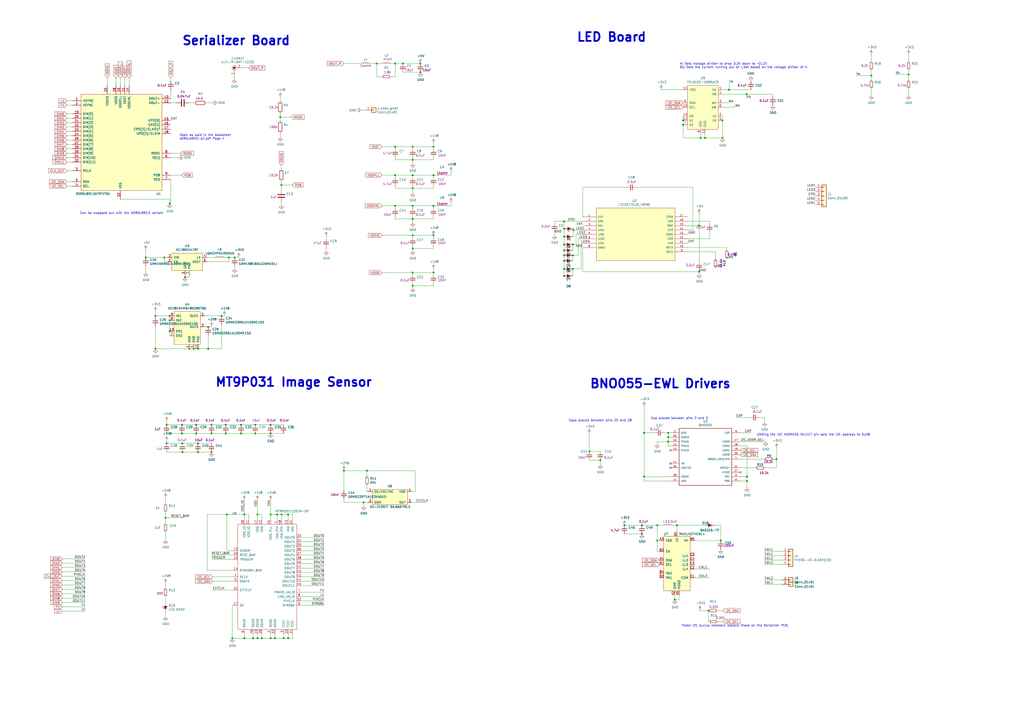
<source format=kicad_sch>
(kicad_sch (version 20231120) (generator "eeschema") (generator_version "8.0")
  (paper "A2")
  (junction (at 107.315 160.782))
  (junction (at 229.235 119.38))
  (junction (at 239.395 92.71))
  (junction (at 229.235 101.6))
  (junction (at 327.2282 137.2362))
  (junction (at 163.195 107.315))
  (junction (at 251.46 158.115))
  (junction (at 433.324 276.479))
  (junction (at 167.132 370.205))
  (junction (at 149.352 298.45))
  (junction (at 396.24 69.85))
  (junction (at 410.972 354.203))
  (junction (at 239.395 109.22))
  (junction (at 156.972 370.205))
  (junction (at 163.322 298.45))
  (junction (at 327.2282 141.8082))
  (junction (at 112.395 202.311))
  (junction (at 243.84 41.91))
  (junction (at 114.808 262.255))
  (junction (at 130.937 251.46))
  (junction (at 422.91 52.07))
  (junction (at 159.512 370.205))
  (junction (at 156.972 246.38))
  (junction (at 372.364 304.673))
  (junction (at 90.17 183.261))
  (junction (at 105.791 262.255))
  (junction (at 96.647 246.38))
  (junction (at 332.3082 141.8082))
  (junction (at 372.364 309.753))
  (junction (at 239.395 85.09))
  (junction (at 96.012 300.355))
  (junction (at 156.972 251.46))
  (junction (at 239.395 165.735))
  (junction (at 239.395 136.525))
  (junction (at 114.935 202.311))
  (junction (at 387.604 256.159))
  (junction (at 348.234 266.954))
  (junction (at 527.05 43.18))
  (junction (at 212.852 273.05))
  (junction (at 251.46 136.525))
  (junction (at 362.204 304.673))
  (junction (at 160.782 298.45))
  (junction (at 96.647 257.175))
  (junction (at 114.808 257.175))
  (junction (at 419.1 69.85))
  (junction (at 406.4 80.01))
  (junction (at 327.2282 148.1074))
  (junction (at 419.1 79.9338))
  (junction (at 128.524 183.261))
  (junction (at 90.17 202.311))
  (junction (at 162.56 67.945))
  (junction (at 146.812 370.205))
  (junction (at 132.715 149.352))
  (junction (at 113.792 251.46))
  (junction (at 105.537 251.46))
  (junction (at 239.395 127))
  (junction (at 373.634 251.079))
  (junction (at 391.414 347.853))
  (junction (at 387.604 253.619))
  (junction (at 122.682 246.38))
  (junction (at 218.44 36.83))
  (junction (at 408.94 80.01))
  (junction (at 332.3082 148.1074))
  (junction (at 505.46 43.815))
  (junction (at 95.377 149.352))
  (junction (at 105.537 246.38))
  (junction (at 327.2282 145.2372))
  (junction (at 164.592 370.205))
  (junction (at 405.5618 157.607))
  (junction (at 109.855 202.311))
  (junction (at 210.947 291.465))
  (junction (at 149.352 370.205))
  (junction (at 130.937 246.38))
  (junction (at 151.892 370.205))
  (junction (at 327.2282 132.6642))
  (junction (at 120.777 202.311))
  (junction (at 239.395 119.38))
  (junction (at 332.5876 133.4516))
  (junction (at 105.791 257.175))
  (junction (at 84.582 149.352))
  (junction (at 341.884 261.874))
  (junction (at 327.2282 128.3716))
  (junction (at 98.425 183.261))
  (junction (at 233.68 36.83))
  (junction (at 433.324 279.019))
  (junction (at 327.2282 151.2824))
  (junction (at 392.684 304.673))
  (junction (at 141.732 370.205))
  (junction (at 396.24 72.39))
  (junction (at 156.972 298.45))
  (junction (at 450.469 266.319))
  (junction (at 251.46 101.6))
  (junction (at 251.46 85.09))
  (junction (at 122.682 251.46))
  (junction (at 139.827 251.46))
  (junction (at 122.682 262.255))
  (junction (at 148.082 246.38))
  (junction (at 239.395 158.115))
  (junction (at 405.5364 130.8608))
  (junction (at 327.2282 160.0708))
  (junction (at 136.144 149.352))
  (junction (at 98.425 192.151))
  (junction (at 239.395 101.6))
  (junction (at 120.777 189.611))
  (junction (at 113.792 246.38))
  (junction (at 243.84 36.83))
  (junction (at 239.395 144.145))
  (junction (at 148.082 251.46))
  (junction (at 381.254 313.563))
  (junction (at 229.235 85.09))
  (junction (at 327.2282 156.0068))
  (junction (at 418.084 313.563))
  (junction (at 387.604 251.079))
  (junction (at 433.07 54.61))
  (junction (at 373.634 276.479))
  (junction (at 199.517 273.05))
  (junction (at 141.732 298.45))
  (junction (at 167.132 298.45))
  (junction (at 139.827 246.38))
  (junction (at 381.254 304.673))
  (junction (at 98.425 118.11))
  (junction (at 332.3082 156.0068))
  (junction (at 134.747 370.205))
  (junction (at 229.235 36.83))
  (junction (at 131.572 298.45))
  (junction (at 251.46 119.38))
  (junction (at 98.425 185.801))
  (no_connect (at 429.514 273.939))
  (no_connect (at 388.874 261.239))
  (no_connect (at 388.874 271.399))
  (no_connect (at 388.874 268.859))
  (wire (pts (xy 239.395 127) (xy 239.395 128.905)))
  (wire (pts (xy 429.514 266.319) (xy 443.484 266.319)))
  (wire (pts (xy 387.604 258.699) (xy 388.874 258.699)))
  (wire (pts (xy 406.019 354.203) (xy 410.972 354.203)))
  (wire (pts (xy 146.812 370.205) (xy 149.352 370.205)))
  (wire (pts (xy 338.074 133.4516) (xy 332.5876 133.4516)))
  (wire (pts (xy 162.56 67.945) (xy 162.56 69.85)))
  (wire (pts (xy 221.615 85.09) (xy 229.235 85.09)))
  (wire (pts (xy 41.91 68.58) (xy 38.735 68.58)))
  (wire (pts (xy 144.272 298.45) (xy 141.732 298.45)))
  (wire (pts (xy 239.395 85.09) (xy 251.46 85.09)))
  (wire (pts (xy 174.752 327.025) (xy 188.087 327.025)))
  (wire (pts (xy 338.074 108.6866) (xy 363.8042 108.6866)))
  (wire (pts (xy 122.682 321.945) (xy 135.382 321.945)))
  (wire (pts (xy 105.537 246.38) (xy 113.792 246.38)))
  (wire (pts (xy 372.364 309.753) (xy 362.204 309.753)))
  (wire (pts (xy 251.46 159.385) (xy 251.46 158.115)))
  (wire (pts (xy 396.24 67.31) (xy 396.24 69.85)))
  (wire (pts (xy 49.53 339.344) (xy 36.195 339.344)))
  (wire (pts (xy 387.604 253.619) (xy 388.874 253.619)))
  (wire (pts (xy 337.0834 141.0716) (xy 337.0834 156.0068)))
  (wire (pts (xy 233.68 36.83) (xy 243.84 36.83)))
  (wire (pts (xy 332.3082 148.1074) (xy 335.3816 148.1074)))
  (wire (pts (xy 107.315 159.512) (xy 107.315 160.782)))
  (wire (pts (xy 229.235 119.38) (xy 239.395 119.38)))
  (wire (pts (xy 135.382 351.155) (xy 134.747 351.155)))
  (wire (pts (xy 162.56 77.47) (xy 162.56 79.375)))
  (wire (pts (xy 167.132 301.625) (xy 167.132 298.45)))
  (wire (pts (xy 401.955 108.6866) (xy 401.955 133.4008)))
  (wire (pts (xy 105.537 251.46) (xy 113.792 251.46)))
  (wire (pts (xy 229.235 91.44) (xy 229.235 92.71)))
  (wire (pts (xy 239.395 159.385) (xy 239.395 158.115)))
  (wire (pts (xy 134.747 351.155) (xy 134.747 370.205)))
  (wire (pts (xy 95.377 149.352) (xy 84.582 149.352)))
  (wire (pts (xy 527.05 51.435) (xy 527.05 55.245)))
  (wire (pts (xy 239.395 94.615) (xy 239.395 92.71)))
  (wire (pts (xy 327.2282 151.2824) (xy 327.2282 156.0068)))
  (wire (pts (xy 406.4 77.47) (xy 406.4 80.01)))
  (wire (pts (xy 120.777 194.691) (xy 120.777 202.311)))
  (wire (pts (xy 62.23 45.085) (xy 62.23 49.53)))
  (wire (pts (xy 381.254 313.563) (xy 382.524 313.563)))
  (wire (pts (xy 239.395 127) (xy 229.235 127)))
  (wire (pts (xy 141.732 298.45) (xy 141.732 290.195)))
  (wire (pts (xy 163.195 117.475) (xy 163.195 118.745)))
  (wire (pts (xy 392.684 304.673) (xy 409.194 304.673)))
  (wire (pts (xy 251.46 165.735) (xy 239.395 165.735)))
  (wire (pts (xy 362.204 304.673) (xy 372.364 304.673)))
  (wire (pts (xy 74.93 45.085) (xy 74.93 49.53)))
  (wire (pts (xy 174.752 348.615) (xy 188.087 348.615)))
  (wire (pts (xy 396.24 80.01) (xy 406.4 80.01)))
  (wire (pts (xy 527.05 31.75) (xy 527.05 35.56)))
  (wire (pts (xy 38.735 107.95) (xy 41.91 107.95)))
  (wire (pts (xy 105.791 262.255) (xy 114.808 262.255)))
  (wire (pts (xy 120.777 202.311) (xy 114.935 202.311)))
  (wire (pts (xy 410.972 354.203) (xy 411.099 354.203)))
  (wire (pts (xy 239.395 164.465) (xy 239.395 165.735)))
  (wire (pts (xy 387.604 253.619) (xy 387.604 256.159)))
  (wire (pts (xy 160.782 301.625) (xy 160.782 298.45)))
  (wire (pts (xy 229.235 44.45) (xy 226.695 44.45)))
  (wire (pts (xy 392.684 304.673) (xy 392.684 308.483)))
  (wire (pts (xy 239.395 125.73) (xy 239.395 127)))
  (wire (pts (xy 213.487 291.465) (xy 210.947 291.465)))
  (wire (pts (xy 130.937 251.46) (xy 139.827 251.46)))
  (wire (pts (xy 174.752 346.075) (xy 188.087 346.075)))
  (wire (pts (xy 120.142 330.835) (xy 120.142 298.45)))
  (wire (pts (xy 49.53 334.264) (xy 36.195 334.264)))
  (wire (pts (xy 382.524 319.913) (xy 381.254 319.913)))
  (wire (pts (xy 151.892 301.625) (xy 151.892 298.45)))
  (wire (pts (xy 251.46 101.6) (xy 254 101.6)))
  (wire (pts (xy 373.634 235.839) (xy 373.634 251.079)))
  (wire (pts (xy 49.53 336.804) (xy 36.195 336.804)))
  (wire (pts (xy 174.752 311.785) (xy 188.087 311.785)))
  (wire (pts (xy 408.94 80.01) (xy 419.1 80.01)))
  (wire (pts (xy 239.395 142.875) (xy 239.395 144.145)))
  (wire (pts (xy 239.395 167.005) (xy 239.395 165.735)))
  (wire (pts (xy 238.887 291.465) (xy 247.142 291.465)))
  (wire (pts (xy 338.074 128.3716) (xy 327.2282 128.3716)))
  (wire (pts (xy 239.395 120.65) (xy 239.395 119.38)))
  (wire (pts (xy 112.395 202.311) (xy 109.855 202.311)))
  (wire (pts (xy 332.5876 133.4516) (xy 332.5876 137.2362)))
  (wire (pts (xy 229.235 36.83) (xy 229.235 44.45)))
  (wire (pts (xy 327.2282 156.0068) (xy 327.2282 160.0708)))
  (wire (pts (xy 174.752 329.565) (xy 188.087 329.565)))
  (wire (pts (xy 163.322 298.45) (xy 167.132 298.45)))
  (wire (pts (xy 505.46 40.64) (xy 505.46 43.815)))
  (wire (pts (xy 429.514 258.699) (xy 433.324 258.699)))
  (wire (pts (xy 149.352 298.45) (xy 149.352 301.625)))
  (wire (pts (xy 128.524 183.261) (xy 130.175 183.261)))
  (wire (pts (xy 381.254 256.159) (xy 381.254 257.429)))
  (wire (pts (xy 38.735 99.06) (xy 41.91 99.06)))
  (wire (pts (xy 387.604 256.159) (xy 388.874 256.159)))
  (wire (pts (xy 332.5876 132.6642) (xy 332.5876 133.4516)))
  (wire (pts (xy 156.972 298.45) (xy 156.972 290.195)))
  (wire (pts (xy 327.2282 148.1074) (xy 327.2282 151.2824)))
  (wire (pts (xy 146.812 367.665) (xy 146.812 370.205)))
  (wire (pts (xy 168.91 67.945) (xy 162.56 67.945)))
  (wire (pts (xy 49.53 349.504) (xy 36.195 349.504)))
  (wire (pts (xy 135.382 324.485) (xy 122.682 324.485)))
  (wire (pts (xy 327.2282 128.3716) (xy 321.691 128.3716)))
  (wire (pts (xy 174.752 343.535) (xy 188.087 343.535)))
  (wire (pts (xy 199.517 284.48) (xy 199.517 273.05)))
  (wire (pts (xy 120.142 330.835) (xy 135.382 330.835)))
  (wire (pts (xy 156.972 251.46) (xy 164.465 251.46)))
  (wire (pts (xy 406.4 80.01) (xy 408.94 80.01)))
  (wire (pts (xy 402.844 330.073) (xy 411.734 330.073)))
  (wire (pts (xy 239.395 101.6) (xy 251.46 101.6)))
  (wire (pts (xy 189.23 138.43) (xy 189.23 137.16)))
  (wire (pts (xy 433.324 258.699) (xy 433.324 276.479)))
  (wire (pts (xy 422.91 48.26) (xy 422.91 52.07)))
  (wire (pts (xy 49.53 341.884) (xy 36.195 341.884)))
  (wire (pts (xy 41.91 83.82) (xy 38.735 83.82)))
  (wire (pts (xy 505.46 31.75) (xy 505.46 35.56)))
  (wire (pts (xy 381.254 319.913) (xy 381.254 313.563)))
  (wire (pts (xy 41.91 86.36) (xy 38.735 86.36)))
  (wire (pts (xy 388.874 251.079) (xy 387.604 251.079)))
  (wire (pts (xy 338.074 143.6116) (xy 338.074 157.607)))
  (wire (pts (xy 90.17 202.311) (xy 109.855 202.311)))
  (wire (pts (xy 99.06 91.44) (xy 103.505 91.44)))
  (wire (pts (xy 132.715 149.352) (xy 136.144 149.352)))
  (wire (pts (xy 218.44 44.45) (xy 218.44 36.83)))
  (wire (pts (xy 221.615 44.45) (xy 218.44 44.45)))
  (wire (pts (xy 435.229 242.189) (xy 426.974 242.189)))
  (wire (pts (xy 433.07 57.15) (xy 433.07 54.61)))
  (wire (pts (xy 135.89 44.45) (xy 135.89 45.72)))
  (wire (pts (xy 527.05 43.18) (xy 527.05 46.355)))
  (wire (pts (xy 240.792 273.05) (xy 240.792 285.115)))
  (wire (pts (xy 239.395 136.525) (xy 251.46 136.525)))
  (wire (pts (xy 96.012 297.18) (xy 96.012 300.355)))
  (wire (pts (xy 174.752 324.485) (xy 188.087 324.485)))
  (wire (pts (xy 113.792 251.46) (xy 122.682 251.46)))
  (wire (pts (xy 131.572 298.45) (xy 141.732 298.45)))
  (wire (pts (xy 38.735 105.41) (xy 41.91 105.41)))
  (wire (pts (xy 98.425 192.151) (xy 98.425 185.801)))
  (wire (pts (xy 411.6578 128.3208) (xy 411.6578 129.8194)))
  (wire (pts (xy 141.732 298.45) (xy 141.732 301.625)))
  (wire (pts (xy 251.46 144.145) (xy 239.395 144.145)))
  (wire (pts (xy 450.469 259.969) (xy 450.469 266.319)))
  (wire (pts (xy 123.444 337.185) (xy 135.382 337.185)))
  (wire (pts (xy 443.484 242.189) (xy 443.484 244.729)))
  (wire (pts (xy 104.775 88.9) (xy 99.06 88.9)))
  (wire (pts (xy 109.855 160.782) (xy 109.855 159.512)))
  (wire (pts (xy 373.634 279.019) (xy 373.634 276.479)))
  (wire (pts (xy 84.582 154.432) (xy 84.582 157.988)))
  (wire (pts (xy 321.691 134.493) (xy 321.691 136.3218)))
  (wire (pts (xy 226.695 36.83) (xy 229.235 36.83)))
  (wire (pts (xy 496.57 43.815) (xy 505.46 43.815)))
  (wire (pts (xy 251.46 91.44) (xy 251.46 92.71)))
  (wire (pts (xy 391.414 347.853) (xy 391.414 345.313)))
  (wire (pts (xy 387.604 256.159) (xy 387.604 258.699)))
  (wire (pts (xy 210.947 291.465) (xy 199.517 291.465)))
  (wire (pts (xy 156.972 298.45) (xy 160.782 298.45)))
  (wire (pts (xy 96.647 251.46) (xy 105.537 251.46)))
  (wire (pts (xy 95.377 151.892) (xy 95.377 149.352)))
  (wire (pts (xy 128.524 202.311) (xy 120.777 202.311)))
  (wire (pts (xy 419.1 62.23) (xy 425.45 62.23)))
  (wire (pts (xy 105.791 257.175) (xy 114.808 257.175)))
  (wire (pts (xy 199.517 291.465) (xy 199.517 289.56)))
  (wire (pts (xy 174.752 321.945) (xy 188.087 321.945)))
  (wire (pts (xy 240.792 285.115) (xy 238.887 285.115)))
  (wire (pts (xy 229.235 102.87) (xy 229.235 101.6)))
  (wire (pts (xy 334.137 141.8082) (xy 332.3082 141.8082)))
  (wire (pts (xy 97.155 149.352) (xy 95.377 149.352)))
  (wire (pts (xy 334.137 135.9916) (xy 334.137 141.8082)))
  (wire (pts (xy 379.984 251.079) (xy 373.634 251.079)))
  (wire (pts (xy 72.39 45.085) (xy 72.39 49.53)))
  (wire (pts (xy 67.31 45.085) (xy 67.31 49.53)))
  (wire (pts (xy 229.235 101.6) (xy 239.395 101.6)))
  (wire (pts (xy 519.43 43.18) (xy 527.05 43.18)))
  (wire (pts (xy 109.855 59.69) (xy 112.395 59.69)))
  (wire (pts (xy 99.06 118.11) (xy 98.425 118.11)))
  (wire (pts (xy 332.3082 156.0068) (xy 332.3082 160.0708)))
  (wire (pts (xy 402.844 335.153) (xy 411.734 335.153)))
  (wire (pts (xy 105.41 101.6) (xy 99.06 101.6)))
  (wire (pts (xy 332.3082 155.9814) (xy 332.3082 156.0068)))
  (wire (pts (xy 327.2282 145.2372) (xy 327.2282 148.1074)))
  (wire (pts (xy 390.144 304.673) (xy 392.684 304.673)))
  (wire (pts (xy 131.572 319.405) (xy 131.572 298.45)))
  (wire (pts (xy 212.852 273.05) (xy 240.792 273.05)))
  (wire (pts (xy 251.46 125.73) (xy 251.46 127)))
  (wire (pts (xy 164.592 367.665) (xy 164.592 370.205)))
  (wire (pts (xy 401.955 133.4008) (xy 399.1864 133.4008)))
  (wire (pts (xy 49.53 354.584) (xy 36.195 354.584)))
  (wire (pts (xy 433.324 279.019) (xy 433.324 282.829)))
  (wire (pts (xy 156.972 246.38) (xy 148.082 246.38)))
  (wire (pts (xy 229.235 85.09) (xy 239.395 85.09)))
  (wire (pts (xy 402.844 313.563) (xy 418.084 313.563)))
  (wire (pts (xy 405.5618 157.607) (xy 405.5618 158.8008)))
  (wire (pts (xy 416.306 360.553) (xy 419.354 360.553)))
  (wire (pts (xy 341.884 266.954) (xy 348.234 266.954)))
  (wire (pts (xy 381.254 313.563) (xy 381.254 304.673)))
  (wire (pts (xy 229.235 120.65) (xy 229.235 119.38)))
  (wire (pts (xy 419.1 59.69) (xy 421.64 59.69)))
  (wire (pts (xy 49.53 352.044) (xy 36.195 352.044)))
  (wire (pts (xy 162.56 56.515) (xy 162.56 58.42)))
  (wire (pts (xy 174.752 316.865) (xy 188.087 316.865)))
  (wire (pts (xy 148.082 251.46) (xy 156.972 251.46)))
  (wire (pts (xy 327.2282 132.6642) (xy 327.2282 137.2362)))
  (wire (pts (xy 332.5876 137.2362) (xy 332.3082 137.2362)))
  (wire (pts (xy 99.06 59.69) (xy 102.235 59.69)))
  (wire (pts (xy 169.672 298.45) (xy 169.672 301.625)))
  (wire (pts (xy 84.582 149.352) (xy 84.582 145.034)))
  (wire (pts (xy 189.23 145.415) (xy 189.23 143.51)))
  (wire (pts (xy 505.46 51.435) (xy 505.46 55.245)))
  (wire (pts (xy 261.62 99.695) (xy 261.62 101.6)))
  (wire (pts (xy 96.012 346.075) (xy 96.012 349.885)))
  (wire (pts (xy 422.91 52.07) (xy 419.1 52.07)))
  (wire (pts (xy 421.5638 143.5608) (xy 421.5638 145.0086)))
  (wire (pts (xy 527.05 40.64) (xy 527.05 43.18)))
  (wire (pts (xy 327.2282 137.2362) (xy 327.2282 141.8082)))
  (wire (pts (xy 419.1 79.9338) (xy 419.1 80.01)))
  (wire (pts (xy 96.012 357.505) (xy 96.012 354.965)))
  (wire (pts (xy 163.195 107.315) (xy 163.195 109.855)))
  (wire (pts (xy 229.235 36.83) (xy 233.68 36.83)))
  (wire (pts (xy 399.1864 130.8608) (xy 405.5364 130.8608)))
  (wire (pts (xy 443.484 271.399) (xy 450.469 271.399)))
  (wire (pts (xy 372.364 304.673) (xy 381.254 304.673)))
  (wire (pts (xy 338.074 138.5316) (xy 335.3816 138.5316)))
  (wire (pts (xy 429.514 251.079) (xy 435.864 251.079)))
  (wire (pts (xy 212.852 285.115) (xy 213.487 285.115)))
  (wire (pts (xy 321.691 128.3716) (xy 321.691 129.413)))
  (wire (pts (xy 415.036 146.1008) (xy 415.036 150.1648)))
  (wire (pts (xy 410.972 354.203) (xy 410.972 360.553)))
  (wire (pts (xy 164.465 246.38) (xy 156.972 246.38)))
  (wire (pts (xy 387.604 256.159) (xy 381.254 256.159)))
  (wire (pts (xy 174.752 337.185) (xy 188.087 337.185)))
  (wire (pts (xy 136.144 149.352) (xy 138.557 149.352)))
  (wire (pts (xy 338.074 125.8316) (xy 338.074 108.6866)))
  (wire (pts (xy 221.615 101.6) (xy 229.235 101.6)))
  (wire (pts (xy 332.3082 148.1074) (xy 332.3082 151.2824)))
  (wire (pts (xy 332.3082 141.8082) (xy 332.3082 145.2372)))
  (wire (pts (xy 41.91 81.28) (xy 38.735 81.28)))
  (wire (pts (xy 239.395 107.95) (xy 239.395 109.22)))
  (wire (pts (xy 433.324 279.019) (xy 433.324 276.479)))
  (wire (pts (xy 332.3082 141.7828) (xy 332.3082 141.8082)))
  (wire (pts (xy 167.132 298.45) (xy 169.672 298.45)))
  (wire (pts (xy 41.91 71.12) (xy 38.735 71.12)))
  (wire (pts (xy 159.512 367.665) (xy 159.512 370.205)))
  (wire (pts (xy 159.512 370.205) (xy 156.972 370.205)))
  (wire (pts (xy 387.604 251.079) (xy 385.064 251.079)))
  (wire (pts (xy 41.91 91.44) (xy 38.735 91.44)))
  (wire (pts (xy 453.5932 319.786) (xy 443.4332 319.786)))
  (wire (pts (xy 49.53 324.104) (xy 36.195 324.104)))
  (wire (pts (xy 122.682 246.38) (xy 113.792 246.38)))
  (wire (pts (xy 134.747 370.205) (xy 141.732 370.205)))
  (wire (pts (xy 141.732 370.205) (xy 146.812 370.205)))
  (wire (pts (xy 399.1864 143.5608) (xy 421.5638 143.5608)))
  (wire (pts (xy 229.235 86.36) (xy 229.235 85.09)))
  (wire (pts (xy 149.352 298.45) (xy 149.352 290.195)))
  (wire (pts (xy 151.892 367.665) (xy 151.892 370.205)))
  (wire (pts (xy 448.31 54.61) (xy 448.31 55.88)))
  (wire (pts (xy 261.62 101.6) (xy 259.08 101.6)))
  (wire (pts (xy 163.195 105.41) (xy 163.195 107.315)))
  (wire (pts (xy 99.06 52.07) (xy 99.06 57.15)))
  (wire (pts (xy 393.954 345.313) (xy 393.954 347.853)))
  (wire (pts (xy 151.892 298.45) (xy 149.352 298.45)))
  (wire (pts (xy 396.24 72.39) (xy 396.24 80.01)))
  (wire (pts (xy 98.425 194.691) (xy 98.425 192.151)))
  (wire (pts (xy 98.425 183.261) (xy 90.17 183.261)))
  (wire (pts (xy 120.777 189.611) (xy 122.682 189.611)))
  (wire (pts (xy 139.827 251.46) (xy 148.082 251.46)))
  (wire (pts (xy 411.6578 138.4808) (xy 399.1864 138.4808)))
  (wire (pts (xy 41.91 93.98) (xy 38.735 93.98)))
  (wire (pts (xy 429.514 256.159) (xy 444.119 256.159)))
  (wire (pts (xy 135.382 319.405) (xy 131.572 319.405)))
  (wire (pts (xy 49.53 344.424) (xy 36.195 344.424)))
  (wire (pts (xy 144.145 39.37) (xy 140.97 39.37)))
  (wire (pts (xy 96.012 300.355) (xy 96.012 303.53)))
  (wire (pts (xy 239.395 158.115) (xy 251.46 158.115)))
  (wire (pts (xy 261.62 117.475) (xy 261.62 119.38)))
  (wire (pts (xy 415.036 146.1008) (xy 399.1864 146.1008)))
  (wire (pts (xy 114.935 202.311) (xy 112.395 202.311)))
  (wire (pts (xy 199.517 273.05) (xy 212.852 273.05)))
  (wire (pts (xy 135.382 334.645) (xy 123.317 334.645)))
  (wire (pts (xy 387.604 251.079) (xy 387.604 253.619)))
  (wire (pts (xy 337.0834 156.0068) (xy 332.3082 156.0068)))
  (wire (pts (xy 144.272 301.625) (xy 144.272 298.45)))
  (wire (pts (xy 450.469 266.319) (xy 448.564 266.319)))
  (wire (pts (xy 124.968 149.352) (xy 120.015 149.352)))
  (wire (pts (xy 41.91 78.74) (xy 38.735 78.74)))
  (wire (pts (xy 505.46 43.815) (xy 505.46 46.355)))
  (wire (pts (xy 405.5618 130.8608) (xy 405.5364 130.8608)))
  (wire (pts (xy 120.015 151.892) (xy 132.715 151.892)))
  (wire (pts (xy 156.972 301.625) (xy 156.972 298.45)))
  (wire (pts (xy 251.46 109.22) (xy 239.395 109.22)))
  (wire (pts (xy 373.634 276.479) (xy 388.874 276.479)))
  (wire (pts (xy 338.074 141.0716) (xy 337.0834 141.0716)))
  (wire (pts (xy 251.46 127) (xy 239.395 127)))
  (wire (pts (xy 251.46 119.38) (xy 254 119.38)))
  (wire (pts (xy 41.91 73.66) (xy 38.735 73.66)))
  (wire (pts (xy 388.874 279.019) (xy 373.634 279.019)))
  (wire (pts (xy 433.324 276.479) (xy 429.514 276.479)))
  (wire (pts (xy 96.647 257.175) (xy 96.647 255.905)))
  (wire (pts (xy 38.735 60.96) (xy 41.91 60.96)))
  (wire (pts (xy 163.195 95.885) (xy 163.195 97.79)))
  (wire (pts (xy 251.46 156.21) (xy 251.46 158.115)))
  (wire (pts (xy 96.647 257.175) (xy 105.791 257.175)))
  (wire (pts (xy 174.752 314.325) (xy 188.087 314.325)))
  (wire (pts (xy 411.6578 134.8994) (xy 411.6578 138.4808)))
  (wire (pts (xy 419.1 54.61) (xy 433.07 54.61)))
  (wire (pts (xy 96.647 262.255) (xy 105.791 262.255)))
  (wire (pts (xy 174.752 351.155) (xy 188.087 351.155)))
  (wire (pts (xy 239.395 92.71) (xy 229.235 92.71)))
  (wire (pts (xy 167.132 367.665) (xy 167.132 370.205)))
  (wire (pts (xy 396.24 69.85) (xy 396.24 72.39)))
  (wire (pts (xy 149.352 367.665) (xy 149.352 370.205)))
  (wire (pts (xy 96.012 292.1) (xy 96.012 288.925)))
  (wire (pts (xy 96.647 246.38) (xy 96.647 244.475)))
  (wire (pts (xy 218.44 36.83) (xy 214.63 36.83)))
  (wire (pts (xy 139.827 246.38) (xy 130.937 246.38)))
  (wire (pts (xy 135.382 342.265) (xy 123.317 342.265)))
  (wire (pts (xy 251.46 164.465) (xy 251.46 165.735)))
  (wire (pts (xy 169.545 107.315) (xy 163.195 107.315)))
  (wire (pts (xy 98.425 185.801) (xy 98.425 183.261)))
  (wire (pts (xy 405.5618 156.972) (xy 405.5618 157.607)))
  (wire (pts (xy 164.592 370.205) (xy 159.512 370.205)))
  (wire (pts (xy 212.852 276.225) (xy 212.852 273.05)))
  (wire (pts (xy 163.322 301.625) (xy 163.322 298.45)))
  (wire (pts (xy 169.672 370.205) (xy 167.132 370.205)))
  (wire (pts (xy 327.2282 132.6642) (xy 327.2282 128.3716)))
  (wire (pts (xy 160.782 298.45) (xy 163.322 298.45)))
  (wire (pts (xy 99.06 46.99) (xy 99.06 45.085)))
  (wire (pts (xy 433.07 54.61) (xy 448.31 54.61)))
  (wire (pts (xy 429.514 279.019) (xy 433.324 279.019)))
  (wire (pts (xy 69.85 115.57) (xy 98.425 115.57)))
  (wire (pts (xy 443.484 336.423) (xy 453.644 336.423)))
  (wire (pts (xy 399.1864 128.3208) (xy 411.6578 128.3208)))
  (wire (pts (xy 151.892 370.205) (xy 149.352 370.205)))
  (wire (pts (xy 210.947 291.465) (xy 210.947 293.37)))
  (wire (pts (xy 221.615 158.115) (xy 239.395 158.115)))
  (wire (pts (xy 118.745 183.261) (xy 128.524 183.261)))
  (wire (pts (xy 221.615 36.83) (xy 218.44 36.83)))
  (wire (pts (xy 122.682 251.46) (xy 130.937 251.46)))
  (wire (pts (xy 261.62 119.38) (xy 259.08 119.38)))
  (wire (pts (xy 408.94 77.47) (xy 408.94 80.01)))
  (wire (pts (xy 239.395 119.38) (xy 251.46 119.38)))
  (wire (pts (xy 418.084 304.673) (xy 414.274 304.673)))
  (wire (pts (xy 396.24 52.07) (xy 383.54 52.07)))
  (wire (pts (xy 41.91 58.42) (xy 38.735 58.42)))
  (wire (pts (xy 49.53 331.724) (xy 36.195 331.724)))
  (wire (pts (xy 69.85 45.085) (xy 69.85 49.53)))
  (wire (pts (xy 156.972 367.665) (xy 156.972 370.205)))
  (wire (pts (xy 239.395 137.795) (xy 239.395 136.525)))
  (wire (pts (xy 419.1 69.85) (xy 419.1 79.9338)))
  (wire (pts (xy 41.91 66.04) (xy 38.735 66.04)))
  (wire (pts (xy 174.752 339.725) (xy 188.087 339.725)))
  (wire (pts (xy 49.53 346.964) (xy 36.195 346.964)))
  (wire (pts (xy 169.672 367.665) (xy 169.672 370.205)))
  (wire (pts (xy 327.2282 160.0708) (xy 327.2282 160.0962)))
  (wire (pts (xy 98.425 115.57) (xy 98.425 118.11)))
  (wire (pts (xy 338.074 135.9916) (xy 334.137 135.9916)))
  (wire (pts (xy 132.715 151.892) (xy 132.715 149.352)))
  (wire (pts (xy 120.015 59.69) (xy 123.19 59.69)))
  (wire (pts (xy 416.179 354.203) (xy 419.354 354.203)))
  (wire (pts (xy 251.46 142.875) (xy 251.46 144.145)))
  (wire (pts (xy 136.144 154.432) (xy 136.144 155.702)))
  (wire (pts (xy 174.752 319.405) (xy 188.087 319.405)))
  (wire (pts (xy 174.752 334.645) (xy 188.087 334.645)))
  (wire (pts (xy 341.884 251.714) (xy 341.884 261.874)))
  (wire (pts (xy 251.46 102.87) (xy 251.46 101.6)))
  (wire (pts (xy 393.954 347.853) (xy 391.414 347.853)))
  (wire (pts (xy 429.514 271.399) (xy 438.404 271.399)))
  (wire (pts (xy 96.012 340.995) (xy 96.012 338.455)))
  (wire (pts (xy 96.647 246.38) (xy 105.537 246.38)))
  (wire (pts (xy 162.56 66.04) (xy 162.56 67.945)))
  (wire (pts (xy 450.469 271.399) (xy 450.469 266.319)))
  (wire (pts (xy 118.745 189.611) (xy 120.777 189.611)))
  (wire (pts (xy 174.752 332.105) (xy 188.087 332.105)))
  (wire (pts (xy 251.46 86.36) (xy 251.46 85.09)))
  (wire (pts (xy 373.634 276.479) (xy 373.634 251.079)))
  (wire (pts (xy 239.395 109.22) (xy 239.395 111.76)))
  (wire (pts (xy 114.808 262.255) (xy 122.682 262.255)))
  (wire (pts (xy 114.808 257.175) (xy 122.682 257.175)))
  (wire (pts (xy 96.012 308.61) (xy 96.012 313.055)))
  (wire (pts (xy 405.5364 124.0282) (xy 405.5364 130.8608)))
  (wire (pts (xy 239.395 109.22) (xy 229.235 109.22)))
  (wire (pts (xy 239.395 91.44) (xy 239.395 92.71)))
  (wire (pts (xy 97.155 151.892) (xy 95.377 151.892)))
  (wire (pts (xy 239.395 145.415) (xy 239.395 144.145)))
  (wire (pts (xy 239.395 102.87) (xy 239.395 101.6)))
  (wire (pts (xy 221.615 119.38) (xy 229.235 119.38)))
  (wire (pts (xy 212.852 281.305) (xy 212.852 285.115)))
  (wire (pts (xy 251.46 134.62) (xy 251.46 136.525)))
  (wire (pts (xy 209.55 36.83) (xy 199.39 36.83)))
  (wire (pts (xy 141.732 367.665) (xy 141.732 370.205)))
  (wire (pts (xy 90.17 183.261) (xy 90.17 184.15)))
  (wire (pts (xy 435.61 52.07) (xy 422.91 52.07)))
  (wire (pts (xy 221.615 136.525) (xy 239.395 136.525)))
  (wire (pts (xy 251.46 107.95) (xy 251.46 109.22)))
  (wire (pts (xy 332.5622 132.6642) (xy 332.5876 132.6642)))
  (wire (pts (xy 405.5618 151.892) (xy 405.5618 130.8608)))
  (wire (pts (xy 338.074 157.607) (xy 405.5618 157.607)))
  (wire (pts (xy 453.5932 324.866) (xy 443.4332 324.866)))
  (wire (pts (xy 410.972 360.553) (xy 411.226 360.553)))
  (wire (pts (xy 368.8842 108.6866) (xy 401.955 108.6866)))
  (wire (pts (xy 327.2282 132.6642) (xy 327.4822 132.6642)))
  (wire (pts (xy 41.91 76.2) (xy 38.735 76.2)))
  (wire (pts (xy 251.46 83.185) (xy 251.46 85.09)))
  (wire (pts (xy 453.5932 327.406) (xy 443.4332 327.406)))
  (wire (pts (xy 49.53 326.644) (xy 36.195 326.644)))
  (wire (pts (xy 130.048 149.352) (xy 132.715 149.352)))
  (wire (pts (xy 107.315 160.782) (xy 109.855 160.782)))
  (wire (pts (xy 90.17 189.23) (xy 90.17 202.311)))
  (wire (pts (xy 251.46 92.71) (xy 239.395 92.71)))
  (wire (pts (xy 128.524 188.341) (xy 128.524 202.311)))
  (wire (pts (xy 251.46 120.65) (xy 251.46 119.38)))
  (wire (pts (xy 327.2282 141.8082) (xy 327.2282 145.2372)))
  (wire (pts (xy 130.937 246.38) (xy 122.682 246.38)))
  (wire (pts (xy 120.142 298.45) (xy 131.572 298.45)))
  (wire (pts (xy 90.17 183.261) (xy 90.17 180.848)))
  (wire (pts (xy 440.309 242.189) (xy 443.484 242.189)))
  (wire (pts (xy 419.1 67.31) (xy 419.1 69.85)))
  (wire (pts (xy 348.234 269.494) (xy 348.234 266.954)))
  (wire (pts (xy 156.972 370.205) (xy 151.892 370.205)))
  (wire (pts (xy 239.395 86.36) (xy 239.395 85.09)))
  (wire (pts (xy 99.06 104.14) (xy 99.06 118.11)))
  (wire (pts (xy 453.5932 322.326) (xy 443.4332 322.326)))
  (wire (pts (xy 348.234 261.874) (xy 341.884 261.874)))
  (wire (pts (xy 167.132 370.205) (xy 164.592 370.205)))
  (wire (pts (xy 49.53 329.184) (xy 36.195 329.184)))
  (wire (pts (xy 381.254 304.673) (xy 385.064 304.673)))
  (wire (pts (xy 229.235 125.73) (xy 229.235 127)))
  (wire (pts (xy 96.012 300.355) (xy 106.807 300.355)))
  (wire (pts (xy 209.8802 63.8302) (xy 211.7852 63.8302)))
  (wire (pts (xy 233.68 41.91) (xy 243.84 41.91)))
  (wire (pts (xy 229.235 107.95) (xy 229.235 109.22)))
  (wire (pts (xy 335.3816 138.5316) (xy 335.3816 148.1074)))
  (wire (pts (xy 251.46 137.795) (xy 251.46 136.525)))
  (wire (pts (xy 418.084 313.563) (xy 418.084 304.673)))
  (wire (pts (xy 443.484 338.963) (xy 453.644 338.963)))
  (wire (pts (xy 41.91 88.9) (xy 38.735 88.9)))
  (wire (pts (xy 148.082 246.38) (xy 139.827 246.38)))
  (text "These I2C pullup resistors replace those on the Serializer PCB. " (at 395.224 363.728 0) (effects (font (size 1.27 1.27)) (justify left bottom)))
  (text "Caps placed between pins 25 and 28" (at 329.819 244.729 0) (effects (font (size 1.27 1.27)) (justify left bottom)))
  (text "Open as said in the datasheet\nds90ub933-q1.pdf Page 4" (at 104.14 81.28 0) (effects (font (size 1.27 1.27)) (justify left bottom)))
  (text "MT9P031 Image Sensor" (at 124.587 224.79 0) (effects (font (size 5.08 5.08) (thickness 1.016) (bold yes)) (justify left bottom)))
  (text "LED Board\n" (at 334.264 24.638 0) (effects (font (size 5.08 5.08) (thickness 1.016) (bold yes)) (justify left bottom)))
  (text "Can be swapped out with the DS90UB913 variant" (at 46.355 124.46 0) (effects (font (size 1.27 1.27)) (justify left bottom)))
  (text "BNO055-EWL Drivers\n" (at 341.884 225.679 0) (effects (font (size 5.08 5.08) (thickness 1.016) (bold yes)) (justify left bottom)))
  (text "GNDing the I2C ADDRESS SELECT pin sets the I2C address to 0x28" (at 439.039 252.984 0) (effects (font (size 1.27 1.27)) (justify left bottom)))
  (text "Cap placed between pins 2 and 3" (at 377.444 243.459 0) (effects (font (size 1.27 1.27)) (justify left bottom)))
  (text "Serializer Board\n" (at 105.41 26.67 0) (effects (font (size 5.08 5.08) (thickness 1.016) (bold yes)) (justify left bottom)))
  (text "A: Sets Voltage divider to drop 3.3V down to ~{1.2V\nB:} Sets the current running out of I_Set based on the voltage divider of A\n" (at 394.335 39.878 0) (effects (font (size 1.27 1.27)) (justify left bottom)))
  (label "EWL1" (at 443.4332 319.786 0))
  (label "DOUT4" (at 49.53 326.644 180))
  (label "LED4" (at 472.9226 108.585 180))
  (label "EXTCLK" (at 241.427 291.465 0))
  (label "STROBE" (at 188.087 351.155 180))
  (label "VDD_IO" (at 141.732 290.195 270))
  (label "DOUT9" (at 49.53 341.884 180))
  (label "LV" (at 188.087 346.075 180))
  (label "VAA" (at 156.972 290.195 270))
  (label "GND" (at 399.1864 135.9408 0))
  (label "EWL2" (at 443.4332 327.406 0))
  (label "LED3" (at 472.9226 111.125 180))
  (label "EWL2" (at 405.384 335.153 0))
  (label "DOUT3" (at 49.53 329.184 180))
  (label "I2C_ADDR_SEL" (at 429.514 256.159 0))
  (label "EWL2" (at 443.484 336.423 0))
  (label "EXTCLK" (at 123.317 342.265 0))
  (label "RESET_BAR" (at 122.682 321.945 0))
  (label "ENT" (at 338.074 130.9116 180))
  (label "FV" (at 49.53 352.044 180))
  (label "LED2" (at 472.9226 116.205 180))
  (label "DOUT5" (at 49.53 331.724 180))
  (label "LV" (at 49.53 354.584 180))
  (label "RESET_BAR" (at 99.187 300.355 0))
  (label "Va" (at 422.91 48.26 0))
  (label "ENT" (at 399.1864 141.0208 0))
  (label "DOUT6" (at 49.53 336.804 180))
  (label "DOUT7" (at 49.53 339.344 180))
  (label "LED3" (at 335.8134 138.5316 0))
  (label "LED4" (at 337.1342 141.0716 0))
  (label "EWL1" (at 405.384 330.073 0))
  (label "DOUT7" (at 188.087 329.565 180))
  (label "Vb" (at 519.43 43.18 0))
  (label "EWL1" (at 443.4332 322.326 0))
  (label "DOUT9" (at 188.087 334.645 180))
  (label "DOUT4" (at 188.087 321.945 180))
  (label "FV" (at 188.087 343.535 180))
  (label "VDD" (at 149.352 290.195 270))
  (label "LED2" (at 334.8228 135.9916 0))
  (label "DOUT5" (at 188.087 324.485 180))
  (label "GND" (at 405.5618 157.734 0))
  (label "EWL2" (at 443.4332 324.866 0))
  (label "CAP" (at 432.054 251.079 0))
  (label "CPO" (at 472.9226 113.665 180))
  (label "DOUT8" (at 49.53 344.424 180))
  (label "LED1" (at 334.0862 133.4516 0))
  (label "CAP" (at 426.974 242.189 0))
  (label "LED1" (at 472.9226 118.745 180))
  (label "DOUT11" (at 49.53 349.504 180))
  (label "Vb" (at 433.07 57.15 0))
  (label "_Wa" (at 421.64 59.69 0))
  (label "DOUT1" (at 188.087 314.325 180))
  (label "PIXCLK" (at 188.087 348.615 180))
  (label "DOUT10" (at 49.53 346.964 180))
  (label "DOUT10" (at 188.087 337.185 180))
  (label "DOUT3" (at 188.087 319.405 180))
  (label "DOUT6" (at 188.087 327.025 180))
  (label "TRIGGER" (at 122.682 324.485 0))
  (label "DOUT11" (at 188.087 339.725 180))
  (label "Va" (at 496.57 43.815 0))
  (label "GND" (at 338.074 143.6116 180))
  (label "DOUT8" (at 188.087 332.105 180))
  (label "GND" (at 321.691 135.255 0))
  (label "_Wb" (at 421.5638 150.0886 0))
  (label "DOUT0" (at 188.087 311.785 180))
  (label "EWL1" (at 443.484 338.963 0))
  (label "_Wb" (at 425.45 62.23 0))
  (label "DOUT2" (at 188.087 316.865 180))
  (label "DOUT2" (at 49.53 324.104 180))
  (label "PIXCLK" (at 49.53 334.264 180))
  (label "ENT" (at 99.06 69.85 0))
  (label "_Wa" (at 415.036 155.2448 0))
  (label "CPO" (at 329.3872 128.3716 0))
  (global_label "VDDD" (shape input) (at 221.615 158.115 180) (property "Intersheetrefs" "${INTERSHEET_REFS}" (effects (hide yes))))
  (global_label "VDDCML" (shape input) (at 221.615 119.38 180) (property "Intersheetrefs" "${INTERSHEET_REFS}" (effects (hide yes))))
  (global_label "PDB" (shape input) (at 105.41 101.6 0) (property "Intersheetrefs" "${INTERSHEET_REFS}" (effects (hide yes))))
  (global_label "DIN5" (shape input) (at 36.195 339.344 180) (property "Intersheetrefs" "${INTERSHEET_REFS}" (effects (hide yes))))
  (global_label "I2C_SDA" (shape input) (at 396.24 59.69 180) (property "Intersheetrefs" "${INTERSHEET_REFS}" (effects (hide yes))))
  (global_label "VDDIO" (shape input) (at 163.195 95.885 90) (property "Intersheetrefs" "${INTERSHEET_REFS}" (effects (hide yes))))
  (global_label "VDDPLL" (shape input) (at 69.85 45.085 90) (property "Intersheetrefs" "${INTERSHEET_REFS}" (effects (hide yes))))
  (global_label "VDDPLL" (shape input) (at 221.615 101.6 180) (property "Intersheetrefs" "${INTERSHEET_REFS}" (effects (hide yes))))
  (global_label "DIN3" (shape input) (at 36.195 331.724 180) (property "Intersheetrefs" "${INTERSHEET_REFS}" (effects (hide yes))))
  (global_label "DIN5" (shape input) (at 38.735 78.74 180) (property "Intersheetrefs" "${INTERSHEET_REFS}" (effects (hide yes))))
  (global_label "CLK_OUT" (shape input) (at 36.195 334.264 180) (property "Intersheetrefs" "${INTERSHEET_REFS}" (effects (hide yes))))
  (global_label "VDDT" (shape input) (at 221.615 85.09 180) (property "Intersheetrefs" "${INTERSHEET_REFS}" (effects (hide yes))))
  (global_label "MODE" (shape input) (at 104.775 88.9 0) (property "Intersheetrefs" "${INTERSHEET_REFS}" (effects (hide yes))))
  (global_label "DOUT_P" (shape input) (at 144.145 39.37 0) (property "Intersheetrefs" "${INTERSHEET_REFS}" (effects (hide yes))))
  (global_label "VDDD" (shape input) (at 67.31 45.085 90) (property "Intersheetrefs" "${INTERSHEET_REFS}" (effects (hide yes))))
  (global_label "I2C_SCL" (shape input) (at 123.317 334.645 180) (property "Intersheetrefs" "${INTERSHEET_REFS}" (effects (hide yes))))
  (global_label "VDDT" (shape input) (at 72.39 45.085 90) (property "Intersheetrefs" "${INTERSHEET_REFS}" (effects (hide yes))))
  (global_label "I2C_SCL" (shape input) (at 419.354 360.553 0) (property "Intersheetrefs" "${INTERSHEET_REFS}" (effects (hide yes))))
  (global_label "I2C_SDA" (shape input) (at 123.444 337.185 180) (property "Intersheetrefs" "${INTERSHEET_REFS}" (effects (hide yes))))
  (global_label "CLK_OUT" (shape input) (at 38.735 99.06 180) (property "Intersheetrefs" "${INTERSHEET_REFS}" (effects (hide yes))))
  (global_label "VDDIO" (shape input) (at 62.23 45.085 90) (property "Intersheetrefs" "${INTERSHEET_REFS}" (effects (hide yes))))
  (global_label "FV" (shape input) (at 36.195 352.044 180) (property "Intersheetrefs" "${INTERSHEET_REFS}" (effects (hide yes))))
  (global_label "DIN7" (shape input) (at 38.735 83.82 180) (property "Intersheetrefs" "${INTERSHEET_REFS}" (effects (hide yes))))
  (global_label "I2C_SCL" (shape input) (at 382.524 327.533 180) (property "Intersheetrefs" "${INTERSHEET_REFS}" (effects (hide yes))))
  (global_label "PDB" (shape input) (at 169.545 107.315 0) (property "Intersheetrefs" "${INTERSHEET_REFS}" (effects (hide yes))))
  (global_label "DIN4" (shape input) (at 38.735 76.2 180) (property "Intersheetrefs" "${INTERSHEET_REFS}" (effects (hide yes))))
  (global_label "I2C_SDA" (shape input) (at 419.354 354.203 0) (property "Intersheetrefs" "${INTERSHEET_REFS}" (effects (hide yes))))
  (global_label "DIN11" (shape input) (at 38.735 93.98 180) (property "Intersheetrefs" "${INTERSHEET_REFS}" (effects (hide yes))))
  (global_label "DIN9" (shape input) (at 36.195 349.504 180) (property "Intersheetrefs" "${INTERSHEET_REFS}" (effects (hide yes))))
  (global_label "DIN7" (shape input) (at 36.195 341.884 180) (property "Intersheetrefs" "${INTERSHEET_REFS}" (effects (hide yes))))
  (global_label "DOUT_P" (shape input) (at 199.39 36.83 180) (property "Intersheetrefs" "${INTERSHEET_REFS}" (effects (hide yes))))
  (global_label "DIN10" (shape input) (at 38.735 91.44 180) (property "Intersheetrefs" "${INTERSHEET_REFS}" (effects (hide yes))))
  (global_label "DIN9" (shape input) (at 38.735 88.9 180) (property "Intersheetrefs" "${INTERSHEET_REFS}" (effects (hide yes))))
  (global_label "DIN1" (shape input) (at 38.735 68.58 180) (property "Intersheetrefs" "${INTERSHEET_REFS}" (effects (hide yes))))
  (global_label "DOUT_P" (shape input) (at 99.06 45.085 90) (property "Intersheetrefs" "${INTERSHEET_REFS}" (effects (hide yes))))
  (global_label "DIN0" (shape input) (at 38.735 66.04 180) (property "Intersheetrefs" "${INTERSHEET_REFS}" (effects (hide yes))))
  (global_label "I2C_SCL" (shape input) (at 396.24 62.23 180) (property "Intersheetrefs" "${INTERSHEET_REFS}" (effects (hide yes))))
  (global_label "DIN1" (shape input) (at 36.195 329.184 180) (property "Intersheetrefs" "${INTERSHEET_REFS}" (effects (hide yes))))
  (global_label "DIN2" (shape input) (at 38.735 71.12 180) (property "Intersheetrefs" "${INTERSHEET_REFS}" (effects (hide yes))))
  (global_label "I2C_SDA" (shape input) (at 429.514 263.779 0) (property "Intersheetrefs" "${INTERSHEET_REFS}" (effects (hide yes))))
  (global_label "LV" (shape input) (at 36.195 354.584 180) (property "Intersheetrefs" "${INTERSHEET_REFS}" (effects (hide yes))))
  (global_label "I2C_SDA" (shape input) (at 382.524 324.993 180) (property "Intersheetrefs" "${INTERSHEET_REFS}" (effects (hide yes))))
  (global_label "DIN3" (shape input) (at 38.735 73.66 180) (property "Intersheetrefs" "${INTERSHEET_REFS}" (effects (hide yes))))
  (global_label "DIN6" (shape input) (at 38.735 81.28 180) (property "Intersheetrefs" "${INTERSHEET_REFS}" (effects (hide yes))))
  (global_label "I2C_SCL" (shape input) (at 429.514 261.239 0) (property "Intersheetrefs" "${INTERSHEET_REFS}" (effects (hide yes))))
  (global_label "DIN8" (shape input) (at 36.195 346.964 180) (property "Intersheetrefs" "${INTERSHEET_REFS}" (effects (hide yes))))
  (global_label "DIN2" (shape input) (at 36.195 326.644 180) (property "Intersheetrefs" "${INTERSHEET_REFS}" (effects (hide yes))))
  (global_label "DIN0" (shape input) (at 36.195 324.104 180) (property "Intersheetrefs" "${INTERSHEET_REFS}" (effects (hide yes))))
  (global_label "DIN6" (shape input) (at 36.195 344.424 180) (property "Intersheetrefs" "${INTERSHEET_REFS}" (effects (hide yes))))
  (global_label "VDDIO" (shape input) (at 221.615 136.525 180) (property "Intersheetrefs" "${INTERSHEET_REFS}" (effects (hide yes))))
  (global_label "DIN8" (shape input) (at 38.735 86.36 180) (property "Intersheetrefs" "${INTERSHEET_REFS}" (effects (hide yes))))
  (global_label "VDDCML" (shape input) (at 74.93 45.085 90) (property "Intersheetrefs" "${INTERSHEET_REFS}" (effects (hide yes))))
  (global_label "I2C_SCL" (shape input) (at 38.735 107.95 180) (property "Intersheetrefs" "${INTERSHEET_REFS}" (effects (hide yes))))
  (global_label "LV" (shape input) (at 38.735 58.42 180) (property "Intersheetrefs" "${INTERSHEET_REFS}" (effects (hide yes))))
  (global_label "I2C_SDA" (shape input) (at 38.735 105.41 180) (property "Intersheetrefs" "${INTERSHEET_REFS}" (effects (hide yes))))
  (global_label "MODE" (shape input) (at 168.91 67.945 0) (property "Intersheetrefs" "${INTERSHEET_REFS}" (effects (hide yes))))
  (global_label "DIN4" (shape input) (at 36.195 336.804 180) (property "Intersheetrefs" "${INTERSHEET_REFS}" (effects (hide yes))))
  (global_label "FV" (shape input) (at 38.735 60.96 180) (property "Intersheetrefs" "${INTERSHEET_REFS}" (effects (hide yes))))
  (symbol (lib_id "CM2_MesoScope-rescue:MAX14574EWL+-.Driver_ETL-Kicad_LFOV_RigidFlex_Assembly-rescue-CM2") (at 388.874 314.833 0) (unit 1)
    (property "Reference" "U7" (at 386.334 309.753 0))
    (property "Value" "MAX14574EWL+" (at 401.574 309.753 0))
    (property "Footprint" "CM2:BGA_15_NP50_3X5_155X255X69B31N" (effects (hide yes)))
    (property "Description" "4-Channel, High-Voltage, Liquid Lens Driver" (effects (hide yes)))
  )
  (symbol (lib_id "CM2_MesoScope-rescue:TPL0102-100RUCR-.Potentiometer-MS_v4_ETL_LED_Driver_v2-rescue-Kicad_LFOV_RigidFlex_Assembly-rescue-CM2") (at 407.67 62.23 0) (unit 1)
    (property "Reference" "U9" (at 407.67 45.339 0))
    (property "Value" "TPL0102-100RUCR" (at 407.67 47.6504 0))
    (property "Footprint" "CM2:QFN_14_P40_200X200X40L40X20L" (effects (hide yes)))
    (property "Datasheet" "http://www.ti.com/lit/ds/symlink/tpl0102-100.pdf" (effects (hide yes)))
    (property "Description" "	IC DGT POT 100KOHM 256TAP 14QFN" (effects (hide yes)))
  )
  (symbol (lib_id "CM2_MesoScope-rescue:BAS316-.Diode-Kicad_LFOV_RigidFlex_Assembly-rescue-CM2") (at 411.734 304.673 180) (unit 1)
    (property "Reference" "D18" (at 409.194 303.403 0))
    (property "Value" "BAS316-TP" (at 411.734 307.5686 0))
    (property "Footprint" "CM2:SOD_323_250X125X110L30X32L" (effects (hide yes)))
    (property "Datasheet" "https://www.digikey.com/product-detail/en/micro-commercial-co/BAS316-TP/BAS316-TPMSTR-ND/2625086" (effects (hide yes)))
    (property "Description" "	DIODE GEN PURP 100V 250MA SOD323" (effects (hide yes)))
  )
  (symbol (lib_id "CM2_MesoScope-rescue:L_Small-CM2") (at 387.604 304.673 90) (unit 1)
    (property "Reference" "L3" (at 387.096 302.514 90) (effects (justify left)))
    (property "Value" "LQM18PN3R3MGHD" (effects (hide yes)))
    (property "Footprint" "CM2:L_0603_1608Metric_L" (effects (hide yes)))
    (property "Datasheet" "https://www.digikey.com/product-detail/en/murata-electronics/LQM18PN3R3MGHD/490-15635-2-ND/6799060" (effects (hide yes)))
    (property "Description" "	FIXED IND 3.3UH 1.05A 250 MOHM" (effects (hide yes)))
    (property "Note" "3.3uH" (at 389.89 302.514 90))
  )
  (symbol (lib_id "CM2_MesoScope-rescue:C_Small-CM2") (at 362.204 307.213 0) (unit 1)
    (property "Reference" "C46" (at 364.5408 306.0446 0) (effects (justify left)))
    (property "Value" "GRM155R60J475ME87D" (effects (hide yes)))
    (property "Footprint" "CM2:C_0402_1005Metric_L" (effects (hide yes)))
    (property "Datasheet" "https://www.digikey.com/product-detail/en/murata-electronics/GRM155R60J475ME87D/490-5408-1-ND/2175215" (effects (hide yes)))
    (property "Description" "CAP CER 4.7UF 6.3V X5R 0402" (effects (hide yes)))
    (property "Note" "4.7uF" (at 356.87 307.594 0))
  )
  (symbol (lib_id "CM2_MesoScope-rescue:C_Small-CM2") (at 372.364 307.213 0) (unit 1)
    (property "Reference" "C49" (at 374.7008 306.0446 0) (effects (justify left)))
    (property "Value" "GRM033R61A104ME15D" (effects (hide yes)))
    (property "Footprint" "CM2:C_0201_0603Metric_L" (effects (hide yes)))
    (property "Datasheet" "https://www.digikey.com/product-detail/en/murata-electronics/GRM033R61A104ME15D/490-5405-2-ND/2175191" (effects (hide yes)))
    (property "Description" "CAP CER 0.1UF 10V X5R 0201" (effects (hide yes)))
    (property "Note" "0.1uF" (at 373.38 302.514 0))
  )
  (symbol (lib_id "CM2_MesoScope-rescue:GND-CM2") (at 418.084 318.643 0) (unit 1)
    (property "Reference" "#PWR058" (effects (hide yes)))
    (property "Value" "GND" (at 418.211 323.0372 0))
  )
  (symbol (lib_id "CM2_MesoScope-rescue:GND-CM2") (at 391.414 347.853 0) (unit 1)
    (property "Reference" "#PWR064" (effects (hide yes)))
    (property "Value" "GND" (at 391.541 352.2472 0))
  )
  (symbol (lib_id "CM2_MesoScope-rescue:+3.3V-CM2-CM2_MesoScope-rescue") (at 362.204 304.673 0) (unit 1)
    (property "Reference" "#PWR053" (effects (hide yes)))
    (property "Value" "+3V3" (at 362.585 300.2788 0))
  )
  (symbol (lib_id "CM2_MesoScope-rescue:GND-CM2") (at 372.364 309.753 0) (unit 1)
    (property "Reference" "#PWR054" (effects (hide yes)))
    (property "Value" "GND" (at 372.491 314.1472 0))
  )
  (symbol (lib_id "CM2_MesoScope-rescue:GND-power-MS_v4_ETL_LED_Driver_v2-rescue-Kicad_LFOV_RigidFlex_Assembly-rescue-CM2-CM2_MesoScope-rescue") (at 419.1 79.9338 0) (unit 1)
    (property "Reference" "#PWR0148" (effects (hide yes)))
    (property "Value" "GND" (at 419.227 84.328 0))
  )
  (symbol (lib_id "CM2_MesoScope-rescue:Conn_01x01-.Connector-Kicad_LFOV_RigidFlex_Assembly-rescue-CM2") (at 458.724 336.423 0) (unit 1)
    (property "Reference" "J5" (at 460.756 335.3562 0) (effects (justify left)))
    (property "Value" "Conn_01x01" (at 460.756 337.6676 0) (effects (justify left)))
    (property "Footprint" "CM2:Conn_1x1_750x750_Pad" (effects (hide yes)))
  )
  (symbol (lib_id "CM2_MesoScope-rescue:Conn_01x01-.Connector-Kicad_LFOV_RigidFlex_Assembly-rescue-CM2") (at 458.724 338.963 0) (unit 1)
    (property "Reference" "J6" (at 460.756 337.8962 0) (effects (justify left)))
    (property "Value" "Conn_01x01" (at 460.756 340.2076 0) (effects (justify left)))
    (property "Footprint" "CM2:Conn_1x1_750x750_Pad" (effects (hide yes)))
  )
  (symbol (lib_id "CM2_MesoScope-rescue:C_Small-CM2") (at 418.084 316.103 0) (unit 1)
    (property "Reference" "C50" (at 420.4208 314.9346 0) (effects (justify left)))
    (property "Value" "GRJ188R72A104KE11D" (effects (hide yes)))
    (property "Footprint" "CM2:C_0603_1608Metric_L" (effects (hide yes)))
    (property "Datasheet" "https://www.digikey.com/product-detail/en/murata-electronics/GRJ188R72A104KE11D/490-10901-1-ND/5321102" (effects (hide yes)))
    (property "Description" "	CAP CER 0.1UF 100V X7R 0603" (effects (hide yes)))
    (property "Note" "100nF" (at 422.91 316.484 0))
  )
  (symbol (lib_id "CM2_MesoScope-rescue:C_Small-CM2") (at 435.61 49.53 180) (unit 1)
    (property "Reference" "C52" (at 441.96 49.53 0) (effects (justify left)))
    (property "Value" "GRM033R61A104ME15D" (effects (hide yes)))
    (property "Footprint" "CM2:C_0201_0603Metric_L" (effects (hide yes)))
    (property "Datasheet" "https://www.digikey.com/product-detail/en/murata-electronics/GRM033R61A104ME15D/490-5405-2-ND/2175191" (effects (hide yes)))
    (property "Description" "CAP CER 0.1UF 10V X5R 0201" (effects (hide yes)))
    (property "Note" "0.1uF" (at 430.53 49.53 0))
  )
  (symbol (lib_id "CM2_MesoScope-rescue:GND-CM2") (at 435.61 46.99 180) (unit 1)
    (property "Reference" "#PWR0153" (effects (hide yes)))
    (property "Value" "GND" (at 435.483 42.5958 0))
  )
  (symbol (lib_id "CM2_MesoScope-rescue:DS90UB933-Q1-.SERDES-Siminiscope-Ser-Pow-rescue-Kicad_LFOV_RigidFlex_Assembly-rescue-CM2") (at 64.77 66.04 0) (unit 1)
    (property "Reference" "U1" (at 92.075 112.395 0))
    (property "Value" "DS90UB913ATRTVTQ1" (at 53.975 112.395 0))
    (property "Footprint" "CM2:QFN_33_P50_500X500X80L40X24T310L" (effects (hide yes)))
    (property "Datasheet" "https://www.ti.com/lit/ds/symlink/ds90ub913a-q1.pdf?HQS=TI-null-null-digikeymode-df-pf-null-wwe&ts=1595289439678" (effects (hide yes)))
    (property "Description" "	IC SER/DES 10-100MHZ FPD 32WQFN" (effects (hide yes)))
  )
  (symbol (lib_id "CM2_MesoScope-rescue:L_Small-CM2") (at 224.155 36.83 90) (unit 1)
    (property "Reference" "L2" (at 224.155 32.131 90))
    (property "Value" "ADL3225V-470MT-TL000" (effects (hide yes)))
    (property "Footprint" "CM2:L_1210_3225Metric_L" (effects (hide yes)))
    (property "Datasheet" "https://www.digikey.com/product-detail/en/tdk-corporation/ADL3225V-470MT-TL000/445-174611-1-ND/6193006" (effects (hide yes)))
    (property "Description" "	FIXED IND 47UH 500MA 900 MOHM" (effects (hide yes)))
    (property "Note" "47uH" (at 224.79 34.29 90))
  )
  (symbol (lib_id "CM2_MesoScope-rescue:GRM155R60J106ME15D-.Capacitor-Siminiscope-Ser-Pow-rescue-Kicad_LFOV_RigidFlex_Assembly-rescue-CM2-CM2_MesoScope-rescue") (at 233.68 39.37 0) (unit 1)
    (property "Reference" "C1" (at 236.0168 38.2016 0) (effects (justify left)))
    (property "Value" "GRM155R60J106ME15D" (effects (hide yes)))
    (property "Footprint" "CM2:C_0402_1005Metric_L" (effects (hide yes)))
    (property "Datasheet" "https://search.murata.co.jp/Ceramy/image/img/A01X/G101/ENG/GRM155R60J106ME15-01.pdf" (effects (hide yes)))
    (property "Description" "	CAP CER 10UF 6.3V X5R 0402" (effects (hide yes)))
    (property "Note" "10uF" (at 237.49 40.64 0))
  )
  (symbol (lib_id "CM2_MesoScope-rescue:GRM155R60J106ME15D-.Capacitor-Siminiscope-Ser-Pow-rescue-Kicad_LFOV_RigidFlex_Assembly-rescue-CM2-CM2_MesoScope-rescue") (at 243.84 39.37 0) (unit 1)
    (property "Reference" "C2" (at 246.1768 38.2016 0) (effects (justify left)))
    (property "Value" "GRM155R60J106ME15D" (effects (hide yes)))
    (property "Footprint" "CM2:C_0402_1005Metric_L" (effects (hide yes)))
    (property "Datasheet" "https://search.murata.co.jp/Ceramy/image/img/A01X/G101/ENG/GRM155R60J106ME15-01.pdf" (effects (hide yes)))
    (property "Description" "	CAP CER 10UF 6.3V X5R 0402" (effects (hide yes)))
    (property "Note" "10uF" (at 247.65 40.64 0))
  )
  (symbol (lib_id "CM2_MesoScope-rescue:GND-power") (at 243.84 41.91 0) (unit 1)
    (property "Reference" "#PWR02" (effects (hide yes)))
    (property "Value" "GND" (at 243.967 46.3042 0))
  )
  (symbol (lib_id "CM2_MesoScope-rescue:+5V-power") (at 243.84 36.83 0) (unit 1)
    (property "Reference" "#PWR01" (effects (hide yes)))
    (property "Value" "+5V" (at 244.221 32.4358 0))
  )
  (symbol (lib_id "CM2_MesoScope-rescue:GND-CM2") (at 98.425 118.11 0) (unit 1)
    (property "Reference" "#PWR017" (effects (hide yes)))
    (property "Value" "GND" (at 98.552 122.5042 0))
  )
  (symbol (lib_id "CM2_MesoScope-rescue:GND-CM2") (at 239.395 167.005 0) (unit 1)
    (property "Reference" "#PWR030" (effects (hide yes)))
    (property "Value" "GND" (at 239.522 171.3992 0))
  )
  (symbol (lib_id "CM2_MesoScope-rescue:+1V8-CM2") (at 251.46 83.185 0) (unit 1)
    (property "Reference" "#PWR09" (effects (hide yes)))
    (property "Value" "+1V8" (at 251.841 78.7908 0))
  )
  (symbol (lib_id "CM2_MesoScope-rescue:+1V8-CM2") (at 261.62 99.695 0) (unit 1)
    (property "Reference" "#PWR012" (effects (hide yes)))
    (property "Value" "+1V8" (at 262.001 95.3008 0))
  )
  (symbol (lib_id "CM2_MesoScope-rescue:+1V8-CM2") (at 251.46 156.21 0) (unit 1)
    (property "Reference" "#PWR027" (effects (hide yes)))
    (property "Value" "+1V8" (at 251.841 151.8158 0))
  )
  (symbol (lib_id "CM2_MesoScope-rescue:U_FL-R-SMT_10_-dk_Coaxial-Connectors-RF-Kicad_LFOV_RigidFlex_Assembly-rescue-CM2") (at 135.89 39.37 0) (unit 1)
    (property "Reference" "J_coax1" (at 137.8712 33.655 0))
    (property "Value" "U.FL-R-SMT-1(10)" (at 137.8712 35.9664 0))
    (property "Footprint" "CM2:Coax_Conn_U.FL" (effects (hide yes)))
    (property "Datasheet" "https://www.digikey.com/product-detail/en/hirose-electric-co-ltd/U-FL-R-SMT-1-10/H11891CT-ND/2504612" (effects (hide yes)))
    (property "Description" "H9161CT-ND" (effects (hide yes)))
    (property "MPN" "U.FL-R-SMT(10)" (effects (hide yes)))
    (property "Category" "Connectors, Interconnects" (effects (hide yes)))
    (property "Family" "Coaxial Connectors (RF)" (effects (hide yes)))
    (property "DK_Datasheet_Link" "https://media.digikey.com/pdf/Data%20Sheets/Hirose%20PDFs/UFL%20Series.pdf" (effects (hide yes)))
    (property "DK_Detail_Page" "/product-detail/en/hirose-electric-co-ltd/U.FL-R-SMT(10)/H9161CT-ND/2135256" (effects (hide yes)))
    (property "Description" "CONN U.FL RCPT STR 50 OHM SMD" (effects (hide yes)))
    (property "Manufacturer" "Hirose Electric Co Ltd" (effects (hide yes)))
    (property "Status" "Active" (effects (hide yes)))
  )
  (symbol (lib_id "CM2_MesoScope-rescue:GND-CM2") (at 135.89 45.72 0) (unit 1)
    (property "Reference" "#PWR03" (effects (hide yes)))
    (property "Value" "GND" (at 136.017 50.1142 0))
  )
  (symbol (lib_id "CM2_MesoScope-rescue:GND-CM2") (at 239.395 94.615 0) (unit 1)
    (property "Reference" "#PWR011" (effects (hide yes)))
    (property "Value" "GND" (at 239.522 99.0092 0))
  )
  (symbol (lib_id "CM2_MesoScope-rescue:GND-CM2") (at 239.395 111.76 0) (unit 1)
    (property "Reference" "#PWR014" (effects (hide yes)))
    (property "Value" "GND" (at 239.522 116.1542 0))
  )
  (symbol (lib_id "CM2_MesoScope-rescue:GND-CM2") (at 239.395 128.905 0) (unit 1)
    (property "Reference" "#PWR019" (effects (hide yes)))
    (property "Value" "GND" (at 239.522 133.2992 0))
  )
  (symbol (lib_id "CM2_MesoScope-rescue:C-.Device-Siminiscope-Ser-Pow-rescue-Kicad_LFOV_RigidFlex_Assembly-rescue-CM2") (at 106.045 59.69 270) (unit 1)
    (property "Reference" "C4" (at 106.045 53.2892 90))
    (property "Value" "GRM033R61C473KE84D" (effects (hide yes)))
    (property "Footprint" "CM2:C_0201_0603Metric_L" (effects (hide yes)))
    (property "Datasheet" "https://www.digikey.com/product-detail/en/murata-electronics/GRM033R61C473KE84D/490-7227-1-ND/4213266" (effects (hide yes)))
    (property "Description" "CAP CER 0.047UF 16V X5R 0201" (effects (hide yes)))
    (property "Note" "0.047uF" (at 106.68 55.88 90))
  )
  (symbol (lib_id "CM2_MesoScope-rescue:Conn_01x01-.Connector-Siminiscope-Ser-Pow-rescue-Kicad_LFOV_RigidFlex_Assembly-rescue-CM2") (at 216.8652 63.8302 0) (unit 1)
    (property "Reference" "J_coax_gnd1" (at 218.8972 62.7634 0) (effects (justify left)))
    (property "Value" "Conn_01x01" (at 218.8972 65.0748 0) (effects (justify left)))
    (property "Footprint" "CM2:Conn_1x1_2500x2500_Pad" (effects (hide yes)))
  )
  (symbol (lib_id "CM2_MesoScope-rescue:R-CM2") (at 116.205 59.69 270) (unit 1)
    (property "Reference" "R2" (at 116.205 54.4322 90))
    (property "Value" "ERJ-1GNF49R9C" (effects (hide yes)))
    (property "Footprint" "CM2:R_0201_0603Metric_ERJ_L" (effects (hide yes)))
    (property "Datasheet" "https://www.digikey.com/product-detail/en/panasonic-electronic-components/ERJ-1GNF49R9C/P123049CT-ND/8343037" (effects (hide yes)))
    (property "Description" "RES SMD 49.9 OHM 1% 1/20W 0201" (effects (hide yes)))
    (property "Note" "49.9" (at 115.57 57.15 90))
  )
  (symbol (lib_id "CM2_MesoScope-rescue:GND-CM2") (at 209.8802 63.8302 270) (unit 1)
    (property "Reference" "#PWR0197" (effects (hide yes)))
    (property "Value" "GND" (at 206.629 63.9572 90) (effects (justify right)))
  )
  (symbol (lib_id "CM2_MesoScope-rescue:GND-CM2") (at 123.19 59.69 90) (unit 1)
    (property "Reference" "#PWR05" (effects (hide yes)))
    (property "Value" "GND" (at 126.4412 59.563 90) (effects (justify right)))
  )
  (symbol (lib_id "CM2_MesoScope-rescue:GND-CM2") (at 103.505 91.44 90) (unit 1)
    (property "Reference" "#PWR010" (effects (hide yes)))
    (property "Value" "GND" (at 106.7562 91.313 90) (effects (justify right)))
  )
  (symbol (lib_id "CM2_MesoScope-rescue:GND-CM2") (at 239.395 145.415 0) (unit 1)
    (property "Reference" "#PWR024" (effects (hide yes)))
    (property "Value" "GND" (at 239.522 149.8092 0))
  )
  (symbol (lib_id "CM2_MesoScope-rescue:+1V8-power") (at 162.56 56.515 0) (unit 1)
    (property "Reference" "#PWR04" (effects (hide yes)))
    (property "Value" "+1V8" (at 162.941 52.1208 0))
  )
  (symbol (lib_id "CM2_MesoScope-rescue:R-CM2") (at 162.56 62.23 0) (unit 1)
    (property "Reference" "R3" (at 164.338 61.0616 0) (effects (justify left)))
    (property "Value" "ERJ-1GNF1022C" (effects (hide yes)))
    (property "Footprint" "CM2:R_0201_0603Metric_ERJ_L" (effects (hide yes)))
    (property "Datasheet" "https://www.digikey.com/product-detail/en/panasonic-electronic-components/ERJ-1GEF1022C/P10-2KABCT-ND/1467562" (effects (hide yes)))
    (property "Description" "	RES SMD 10.2K OHM 1% 1/20W 0201" (effects (hide yes)))
    (property "Note" "10.2k" (at 158.75 62.23 0))
  )
  (symbol (lib_id "CM2_MesoScope-rescue:R-CM2") (at 162.56 73.66 0) (unit 1)
    (property "Reference" "R4" (at 164.338 72.4916 0) (effects (justify left)))
    (property "Value" "ERJ-1GNF1003C" (effects (hide yes)))
    (property "Footprint" "CM2:R_0201_0603Metric_ERJ_L" (effects (hide yes)))
    (property "Datasheet" "https://www.digikey.com/product-detail/en/panasonic-electronic-components/ERJ-1GNF1003C/P122655CT-ND/8342249" (effects (hide yes)))
    (property "Description" "	RES SMD 100K OHM 1% 1/20W 0201" (effects (hide yes)))
    (property "Note" "100k" (at 158.75 73.66 0))
  )
  (symbol (lib_id "CM2_MesoScope-rescue:GRM033R61A104ME15D-.Capacitor-Siminiscope-Ser-Pow-rescue-Kicad_LFOV_RigidFlex_Assembly-rescue-CM2-CM2_MesoScope-rescue") (at 99.06 49.53 0) (unit 1)
    (property "Reference" "C3" (at 101.3968 48.3616 0) (effects (justify left)))
    (property "Value" "GRM033R61A104ME15D" (effects (hide yes)))
    (property "Footprint" "CM2:C_0201_0603Metric_L" (effects (hide yes)))
    (property "Datasheet" "https://www.digikey.com/product-detail/en/murata-electronics/GRM033R61A104ME15D/490-5405-2-ND/2175191" (effects (hide yes)))
    (property "Description" "CAP CER 0.1UF 10V X5R 0201" (effects (hide yes)))
    (property "Note" "0.1uF" (at 93.98 49.53 0))
  )
  (symbol (lib_id "CM2_MesoScope-rescue:GND-CM2") (at 162.56 79.375 0) (unit 1)
    (property "Reference" "#PWR08" (effects (hide yes)))
    (property "Value" "GND" (at 162.687 83.7692 0))
  )
  (symbol (lib_id "CM2_MesoScope-rescue:L_Small-CM2") (at 212.09 36.83 90) (unit 1)
    (property "Reference" "L1" (at 212.09 34.4678 90))
    (property "Value" "BLM15HD102SN1D" (effects (hide yes)))
    (property "Footprint" "CM2:L_0402_1005Metric" (effects (hide yes)))
    (property "Datasheet" "https://www.digikey.com/product-detail/en/murata-electronics/BLM15HD102SN1D/490-4003-1-ND/1016263" (effects (hide yes)))
    (property "Description" "FERRITE BEAD 1 KOHM 0402 1LN" (effects (hide yes)))
    (property "Note" "1kohm" (at 212.09 38.1 90))
  )
  (symbol (lib_id "CM2_MesoScope-rescue:R-CM2") (at 163.195 101.6 0) (unit 1)
    (property "Reference" "R7" (at 164.973 100.4316 0) (effects (justify left)))
    (property "Value" "ERJ-1GNF1022C" (effects (hide yes)))
    (property "Footprint" "CM2:R_0201_0603Metric_ERJ_L" (effects (hide yes)))
    (property "Datasheet" "https://www.digikey.com/product-detail/en/panasonic-electronic-components/ERJ-1GEF1022C/P10-2KABCT-ND/1467562" (effects (hide yes)))
    (property "Description" "	RES SMD 10.2K OHM 1% 1/20W 0201" (effects (hide yes)))
    (property "Note" "10.2k" (at 158.75 101.6 0))
  )
  (symbol (lib_id "CM2_MesoScope-rescue:GND-CM2") (at 163.195 118.745 0) (unit 1)
    (property "Reference" "#PWR018" (effects (hide yes)))
    (property "Value" "GND" (at 163.322 123.1392 0))
  )
  (symbol (lib_id "CM2_MesoScope-rescue:L_Small-CM2") (at 256.54 101.6 90) (unit 1)
    (property "Reference" "L4" (at 256.54 96.901 90))
    (property "Value" "BLM15HD102SN1D" (effects (hide yes)))
    (property "Footprint" "CM2:L_0402_1005Metric" (effects (hide yes)))
    (property "Datasheet" "https://www.digikey.com/product-detail/en/murata-electronics/BLM15HD102SN1D/490-4003-1-ND/1016263" (effects (hide yes)))
    (property "Description" "FERRITE BEAD 1 KOHM 0402 1LN" (effects (hide yes)))
    (property "Note" "1kohm" (at 256.54 100.33 90))
  )
  (symbol (lib_id "CM2_MesoScope-rescue:C-.Device-Siminiscope-Ser-Pow-rescue-Kicad_LFOV_RigidFlex_Assembly-rescue-CM2") (at 163.195 113.665 0) (unit 1)
    (property "Reference" "C13" (at 166.116 112.4966 0) (effects (justify left)))
    (property "Value" "GRM033R61A105ME15D" (effects (hide yes)))
    (property "Footprint" "CM2:C_0201_0603Metric_L" (effects (hide yes)))
    (property "Datasheet" "https://www.digikey.com/product-detail/en/murata-electronics/GRM033R61A105ME15D/490-13226-1-ND/5877434" (effects (hide yes)))
    (property "Description" "CAP CER 1UF 10V X5R 0201" (effects (hide yes)))
    (property "Note" "1uF" (at 158.75 114.3 0))
  )
  (symbol (lib_id "CM2_MesoScope-rescue:+1V8-CM2") (at 261.62 117.475 0) (unit 1)
    (property "Reference" "#PWR016" (effects (hide yes)))
    (property "Value" "+1V8" (at 262.001 113.0808 0))
  )
  (symbol (lib_id "CM2_MesoScope-rescue:L_Small-CM2") (at 256.54 119.38 90) (unit 1)
    (property "Reference" "L5" (at 256.54 114.681 90))
    (property "Value" "BLM15HD102SN1D" (effects (hide yes)))
    (property "Footprint" "CM2:L_0402_1005Metric" (effects (hide yes)))
    (property "Datasheet" "https://www.digikey.com/product-detail/en/murata-electronics/BLM15HD102SN1D/490-4003-1-ND/1016263" (effects (hide yes)))
    (property "Description" "FERRITE BEAD 1 KOHM 0402 1LN" (effects (hide yes)))
    (property "Note" "1kohm" (at 256.54 118.11 90))
  )
  (symbol (lib_id "CM2_MesoScope-rescue:C_Small-CM2") (at 229.235 88.9 0) (unit 1)
    (property "Reference" "C7" (at 231.5718 87.7316 0) (effects (justify left)))
    (property "Value" "GRM155R60J475ME87D" (effects (hide yes)))
    (property "Footprint" "CM2:C_0402_1005Metric_L" (effects (hide yes)))
    (property "Datasheet" "https://www.digikey.com/product-detail/en/murata-electronics/GRM155R60J475ME87D/490-5408-1-ND/2175215" (effects (hide yes)))
    (property "Description" "CAP CER 4.7UF 6.3V X5R 0402" (effects (hide yes)))
    (property "Note" "4.7uF" (at 224.79 88.9 0))
  )
  (symbol (lib_id "CM2_MesoScope-rescue:C_Small-CM2") (at 239.395 88.9 0) (unit 1)
    (property "Reference" "C8" (at 241.7318 87.7316 0) (effects (justify left)))
    (property "Value" "GRM033R61A104ME15D" (effects (hide yes)))
    (property "Footprint" "CM2:C_0402_1005Metric_L" (effects (hide yes)))
    (property "Datasheet" "https://www.digikey.com/product-detail/en/murata-electronics/GRM033R61A104ME15D/490-5405-2-ND/2175191" (effects (hide yes)))
    (property "Description" "CAP CER 0.1UF 10V X5R 0201" (effects (hide yes)))
    (property "Note" "0.1uF" (at 243.84 90.17 0))
  )
  (symbol (lib_id "CM2_MesoScope-rescue:C_Small-CM2") (at 251.46 88.9 0) (unit 1)
    (property "Reference" "C9" (at 253.7968 87.7316 0) (effects (justify left)))
    (property "Value" "GRM033R71A103KA01D" (effects (hide yes)))
    (property "Footprint" "CM2:C_0402_1005Metric_L" (effects (hide yes)))
    (property "Datasheet" "https://www.digikey.com/product-detail/en/murata-electronics/GRM033R71A103KA01D/490-3194-2-ND/702460" (effects (hide yes)))
    (property "Description" "CAP CER 10000PF 10V X7R 0201" (effects (hide yes)))
    (property "Note" "10nF" (at 256.54 90.17 0))
  )
  (symbol (lib_id "CM2_MesoScope-rescue:C_Small-CM2") (at 229.235 105.41 0) (unit 1)
    (property "Reference" "C10" (at 231.5718 104.2416 0) (effects (justify left)))
    (property "Value" "GRM155R60J475ME87D" (effects (hide yes)))
    (property "Footprint" "CM2:C_0402_1005Metric_L" (effects (hide yes)))
    (property "Datasheet" "https://www.digikey.com/product-detail/en/murata-electronics/GRM155R60J475ME87D/490-5408-1-ND/2175215" (effects (hide yes)))
    (property "Description" "CAP CER 4.7UF 6.3V X5R 0402" (effects (hide yes)))
    (property "Note" "4.7uF" (at 224.79 106.68 0))
  )
  (symbol (lib_id "CM2_MesoScope-rescue:C_Small-CM2") (at 239.395 105.41 0) (unit 1)
    (property "Reference" "C11" (at 241.7318 104.2416 0) (effects (justify left)))
    (property "Value" "GRM033R61A104ME15D" (effects (hide yes)))
    (property "Footprint" "CM2:C_0201_0603Metric_L" (effects (hide yes)))
    (property "Datasheet" "https://www.digikey.com/product-detail/en/murata-electronics/GRM033R61A104ME15D/490-5405-2-ND/2175191" (effects (hide yes)))
    (property "Description" "CAP CER 0.1UF 10V X5R 0201" (effects (hide yes)))
    (property "Note" "0.1uF" (at 243.84 106.68 0))
  )
  (symbol (lib_id "CM2_MesoScope-rescue:C_Small-CM2") (at 251.46 105.41 0) (unit 1)
    (property "Reference" "C12" (at 253.7968 104.2416 0) (effects (justify left)))
    (property "Value" "GRM033R71A103KA01D" (effects (hide yes)))
    (property "Footprint" "CM2:C_0201_0603Metric_L" (effects (hide yes)))
    (property "Datasheet" "https://www.digikey.com/product-detail/en/murata-electronics/GRM033R71A103KA01D/490-3194-2-ND/702460" (effects (hide yes)))
    (property "Description" "CAP CER 10000PF 10V X7R 0201" (effects (hide yes)))
    (property "Note" "10nF" (at 256.54 106.68 0))
  )
  (symbol (lib_id "CM2_MesoScope-rescue:C_Small-CM2") (at 239.395 123.19 0) (unit 1)
    (property "Reference" "C15" (at 241.7318 122.0216 0) (effects (justify left)))
    (property "Value" "GRM033R61A104ME15D" (effects (hide yes)))
    (property "Footprint" "CM2:C_0201_0603Metric_L" (effects (hide yes)))
    (property "Datasheet" "https://www.digikey.com/product-detail/en/murata-electronics/GRM033R61A104ME15D/490-5405-2-ND/2175191" (effects (hide yes)))
    (property "Description" "CAP CER 0.1UF 10V X5R 0201" (effects (hide yes)))
    (property "Note" "0.1uF" (at 243.84 124.46 0))
  )
  (symbol (lib_id "CM2_MesoScope-rescue:C_Small-CM2") (at 251.46 123.19 0) (unit 1)
    (property "Reference" "C16" (at 253.7968 122.0216 0) (effects (justify left)))
    (property "Value" "GRM033R71A103KA01D" (effects (hide yes)))
    (property "Footprint" "CM2:C_0201_0603Metric_L" (effects (hide yes)))
    (property "Datasheet" "https://www.digikey.com/product-detail/en/murata-electronics/GRM033R71A103KA01D/490-3194-2-ND/702460" (effects (hide yes)))
    (property "Description" "CAP CER 10000PF 10V X7R 0201" (effects (hide yes)))
    (property "Note" "10nF" (at 256.54 124.46 0))
  )
  (symbol (lib_id "CM2_MesoScope-rescue:C_Small-CM2") (at 229.235 123.19 0) (unit 1)
    (property "Reference" "C14" (at 231.5718 122.0216 0) (effects (justify left)))
    (property "Value" "GRM155R60J106ME15D" (effects (hide yes)))
    (property "Footprint" "CM2:C_0402_1005Metric_L" (effects (hide yes)))
    (property "Datasheet" "https://search.murata.co.jp/Ceramy/image/img/A01X/G101/ENG/GRM155R60J106ME15-01.pdf" (effects (hide yes)))
    (property "Description" "	CAP CER 10UF 6.3V X5R 0402" (effects (hide yes)))
    (property "Note" "10uF" (at 224.79 124.46 0))
  )
  (symbol (lib_id "CM2_MesoScope-rescue:C_Small-CM2") (at 239.395 140.335 0) (unit 1)
    (property "Reference" "C17" (at 241.7318 139.1666 0) (effects (justify left)))
    (property "Value" "GRM033R61A104ME15D" (effects (hide yes)))
    (property "Footprint" "CM2:C_0201_0603Metric_L" (effects (hide yes)))
    (property "Datasheet" "https://www.digikey.com/product-detail/en/murata-electronics/GRM033R61A104ME15D/490-5405-2-ND/2175191" (effects (hide yes)))
    (property "Description" "CAP CER 0.1UF 10V X5R 0201" (effects (hide yes)))
    (property "Note" "0.1uF" (at 234.95 140.97 0))
  )
  (symbol (lib_id "CM2_MesoScope-rescue:C_Small-CM2") (at 251.46 140.335 0) (unit 1)
    (property "Reference" "C18" (at 253.7968 139.1666 0) (effects (justify left)))
    (property "Value" "GRM033R71A103KA01D" (effects (hide yes)))
    (property "Footprint" "CM2:C_0201_0603Metric_L" (effects (hide yes)))
    (property "Datasheet" "https://www.digikey.com/product-detail/en/murata-electronics/GRM033R71A103KA01D/490-3194-2-ND/702460" (effects (hide yes)))
    (property "Description" "CAP CER 10000PF 10V X7R 0201" (effects (hide yes)))
    (property "Note" "10nF" (at 256.54 140.97 0))
  )
  (symbol (lib_id "CM2_MesoScope-rescue:C_Small-CM2") (at 239.395 161.925 0) (unit 1)
    (property "Reference" "C22" (at 241.7318 160.7566 0) (effects (justify left)))
    (property "Value" "GRM033R61A104ME15D" (effects (hide yes)))
    (property "Footprint" "CM2:C_0201_0603Metric_L" (effects (hide yes)))
    (property "Datasheet" "https://www.digikey.com/product-detail/en/murata-electronics/GRM033R61A104ME15D/490-5405-2-ND/2175191" (effects (hide yes)))
    (property "Description" "CAP CER 0.1UF 10V X5R 0201" (effects (hide yes)))
    (property "Note" "0.1uF" (at 234.95 162.56 0))
  )
  (symbol (lib_id "CM2_MesoScope-rescue:C_Small-CM2") (at 251.46 161.925 0) (unit 1)
    (property "Reference" "C23" (at 253.7968 160.7566 0) (effects (justify left)))
    (property "Value" "GRM033R71A103KA01D" (effects (hide yes)))
    (property "Footprint" "CM2:C_0201_0603Metric_L" (effects (hide yes)))
    (property "Datasheet" "https://www.digikey.com/product-detail/en/murata-electronics/GRM033R71A103KA01D/490-3194-2-ND/702460" (effects (hide yes)))
    (property "Description" "CAP CER 10000PF 10V X7R 0201" (effects (hide yes)))
    (property "Note" "10nF" (at 256.54 162.56 0))
  )
  (symbol (lib_id "CM2_MesoScope-rescue:R_Small-CM2") (at 224.155 44.45 270) (unit 1)
    (property "Reference" "R1" (at 224.155 39.243 90))
    (property "Value" "ERJ-1GNF1801C" (effects (hide yes)))
    (property "Footprint" "CM2:R_0201_0603Metric_ERJ_L" (effects (hide yes)))
    (property "Datasheet" "https://www.digikey.com/product-detail/en/panasonic-electronic-components/ERJ-1GNF1801C/P122788CT-ND/8342515" (effects (hide yes)))
    (property "Description" "	RES SMD 1.8K OHM 1% 1/20W 0201" (effects (hide yes)))
    (property "Note" "1.8k" (at 224.79 41.91 90))
  )
  (symbol (lib_id "CM2_MesoScope-rescue:C_Small-CM2") (at 405.5618 154.432 0) (unit 1)
    (property "Reference" "C47" (at 407.8986 153.2636 0) (effects (justify left)))
    (property "Value" "GRM033R61A225ME47D" (effects (hide yes)))
    (property "Footprint" "CM2:C_0201_0603Metric_L" (effects (hide yes)))
    (property "Datasheet" "http://search.murata.co.jp/Ceramy/image/img/A01X/G101/ENG/GRM033R61A225ME47-01.pdf" (effects (hide yes)))
    (property "Description" "	CAP CER 2.2UF 10V X5R 0201" (effects (hide yes)))
    (property "Note" "2.2uF" (at 400.4818 153.797 0))
  )
  (symbol (lib_id "CM2_MesoScope-rescue:C_Small-CM2") (at 366.3442 108.6866 270) (unit 1)
    (property "Reference" "C48" (at 366.3442 102.87 90))
    (property "Value" "GRM033R61A225ME47D" (effects (hide yes)))
    (property "Footprint" "CM2:C_0201_0603Metric_L" (effects (hide yes)))
    (property "Datasheet" "http://search.murata.co.jp/Ceramy/image/img/A01X/G101/ENG/GRM033R61A225ME47-01.pdf" (effects (hide yes)))
    (property "Description" "	CAP CER 2.2UF 10V X5R 0201" (effects (hide yes)))
    (property "Note" "2.2uF" (at 366.3442 105.5116 90))
  )
  (symbol (lib_id "CM2_MesoScope-rescue:GND-CM2") (at 405.5618 158.8008 0) (unit 1)
    (property "Reference" "#PWR0158" (effects (hide yes)))
    (property "Value" "GND" (at 405.6888 163.195 0))
  )
  (symbol (lib_id "CM2_MesoScope-rescue:R_Small-CM2") (at 415.036 152.7048 180) (unit 1)
    (property "Reference" "R18" (at 420.243 152.7048 90))
    (property "Value" "0402WGF1962TCE" (effects (hide yes)))
    (property "Footprint" "CM2:R_0201_0603Metric_ERJ_L" (effects (hide yes)))
    (property "Datasheet" "https://www.digikey.com/product-detail/en/panasonic-electronic-components/ERJ-1GEF1022C/P10-2KABCT-ND/1467562" (effects (hide yes)))
    (property "Description" "	RES SMD 10.2K OHM 1% 1/20W 0201" (effects (hide yes)))
    (property "Note" "19.6k" (at 418.211 152.7048 90))
  )
  (symbol (lib_id "CM2_MesoScope-rescue:R_Small-CM2") (at 505.46 38.1 0) (unit 1)
    (property "Reference" "R19" (at 507.1872 36.9316 0) (effects (justify left)))
    (property "Value" "ERJ-1GNJ622C" (effects (hide yes)))
    (property "Footprint" "CM2:R_0201_0603Metric_ERJ_L" (effects (hide yes)))
    (property "Datasheet" "https://www.digikey.com/product-detail/en/panasonic-electronic-components/ERJ-1GNJ622C/P123354CT-ND/8343647" (effects (hide yes)))
    (property "Description" "	RES SMD 6.2K OHM 5% 1/20W 0201" (effects (hide yes)))
    (property "Note" "6.2k" (at 501.65 38.1 0))
  )
  (symbol (lib_id "CM2_MesoScope-rescue:R_Small-CM2") (at 505.46 48.895 0) (unit 1)
    (property "Reference" "R20" (at 507.1872 47.7266 0) (effects (justify left)))
    (property "Value" "ERJ-1GNF3741C" (effects (hide yes)))
    (property "Footprint" "CM2:R_0201_0603Metric_ERJ_L" (effects (hide yes)))
    (property "Datasheet" "https://www.digikey.com/product-detail/en/panasonic-electronic-components/ERJ-1GNF3741C/P122972CT-ND/8342883" (effects (hide yes)))
    (property "Description" "	RES SMD 3.74K OHM 1% 1/20W 0201" (effects (hide yes)))
    (property "Note" "3.74k" (at 501.65 49.53 0))
  )
  (symbol (lib_id "CM2_MesoScope-rescue:R_Small-CM2") (at 527.05 38.1 0) (unit 1)
    (property "Reference" "R21" (at 528.7772 36.9316 0) (effects (justify left)))
    (property "Value" "ERJ-1GNJ622C" (effects (hide yes)))
    (property "Footprint" "CM2:R_0201_0603Metric_ERJ_L" (effects (hide yes)))
    (property "Datasheet" "https://www.digikey.com/product-detail/en/panasonic-electronic-components/ERJ-1GNJ622C/P123354CT-ND/8343647" (effects (hide yes)))
    (property "Description" "	RES SMD 6.2K OHM 5% 1/20W 0201" (effects (hide yes)))
    (property "Note" "6.2k" (at 523.24 38.1 0))
  )
  (symbol (lib_id "CM2_MesoScope-rescue:GND-CM2") (at 505.46 55.245 0) (unit 1)
    (property "Reference" "#PWR0160" (effects (hide yes)))
    (property "Value" "GND" (at 505.587 59.6392 0))
  )
  (symbol (lib_id "CM2_MesoScope-rescue:+3.3V-CM2-CM2_MesoScope-rescue") (at 505.46 31.75 0) (unit 1)
    (property "Reference" "#PWR0161" (effects (hide yes)))
    (property "Value" "+3V3" (at 505.841 27.3558 0))
  )
  (symbol (lib_id "CM2_MesoScope-rescue:+3.3V-CM2-CM2_MesoScope-rescue") (at 527.05 31.75 0) (unit 1)
    (property "Reference" "#PWR0162" (effects (hide yes)))
    (property "Value" "+3V3" (at 527.431 27.3558 0))
  )
  (symbol (lib_id "CM2_MesoScope-rescue:R_Small-CM2") (at 527.05 48.895 0) (unit 1)
    (property "Reference" "R22" (at 528.7772 47.7266 0) (effects (justify left)))
    (property "Value" "ERJ-1GNF3741C" (effects (hide yes)))
    (property "Footprint" "CM2:R_0201_0603Metric_ERJ_L" (effects (hide yes)))
    (property "Datasheet" "https://www.digikey.com/product-detail/en/panasonic-electronic-components/ERJ-1GNF3741C/P122972CT-ND/8342883" (effects (hide yes)))
    (property "Description" "	RES SMD 3.74K OHM 1% 1/20W 0201" (effects (hide yes)))
    (property "Note" "3.74k" (at 523.24 49.53 0))
  )
  (symbol (lib_id "CM2_MesoScope-rescue:GND-CM2") (at 527.05 55.245 0) (unit 1)
    (property "Reference" "#PWR0164" (effects (hide yes)))
    (property "Value" "GND" (at 527.177 59.6392 0))
  )
  (symbol (lib_id "CM2_MesoScope-rescue:BNO055-BNO055_2-BNO055_08092019-rescue-BNO055_08092019-rescue-Monkey_2LED_BNO-EWL-rescue-Kicad_LFOV_RigidFlex_Assembly-rescue-CM2") (at 409.194 266.319 180) (unit 1)
    (property "Reference" "U5" (at 409.194 244.2972 0))
    (property "Value" "BNO055" (at 409.194 246.6086 0))
    (property "Footprint" "CM2:LGA-28_5.2x3.8mm_P0.5mm" (effects (hide yes)))
    (property "Datasheet" "LGA-28 Bosch" (effects (hide yes)))
    (property "Description" "	IMU ACCEL/GYRO/MAG I2C 28LGA" (effects (hide yes)))
  )
  (symbol (lib_id "CM2_MesoScope-rescue:C_Small-CM2") (at 382.524 251.079 270) (unit 1)
    (property "Reference" "C37" (at 382.524 246.888 90))
    (property "Value" "GRM033R61A104ME15D" (effects (hide yes)))
    (property "Footprint" "CM2:C_0201_0603Metric_L" (effects (hide yes)))
    (property "Datasheet" "https://www.digikey.com/product-detail/en/murata-electronics/GRM033R61A104ME15D/490-5405-2-ND/2175191" (effects (hide yes)))
    (property "Description" "CAP CER 0.1UF 10V X5R 0201" (effects (hide yes)))
    (property "Note" "0.1uF" (at 379.73 248.92 90))
  )
  (symbol (lib_id "CM2_MesoScope-rescue:C_Small-CM2") (at 341.884 264.414 0) (unit 1)
    (property "Reference" "C42" (at 336.804 261.874 0) (effects (justify left)))
    (property "Value" "GRM033R71A103KA01D" (effects (hide yes)))
    (property "Footprint" "CM2:C_0201_0603Metric_L" (effects (hide yes)))
    (property "Datasheet" "https://www.digikey.com/product-detail/en/murata-electronics/GRM033R71A103KA01D/490-3194-2-ND/702460" (effects (hide yes)))
    (property "Description" "CAP CER 10000PF 10V X7R 0201" (effects (hide yes)))
    (property "Note" "10nF" (at 337.82 265.43 0))
  )
  (symbol (lib_id "CM2_MesoScope-rescue:C_Small-CM2") (at 348.234 264.414 0) (unit 1)
    (property "Reference" "C43" (at 350.774 261.874 0) (effects (justify left)))
    (property "Value" "GRM033R61A104ME15D" (effects (hide yes)))
    (property "Footprint" "CM2:C_0201_0603Metric_L" (effects (hide yes)))
    (property "Datasheet" "https://www.digikey.com/product-detail/en/murata-electronics/GRM033R61A104ME15D/490-5405-2-ND/2175191" (effects (hide yes)))
    (property "Description" "CAP CER 0.1UF 10V X5R 0201" (effects (hide yes)))
    (property "Note" "0.1uF" (at 353.06 265.43 0))
  )
  (symbol (lib_id "CM2_MesoScope-rescue:+3.3V-CM2-CM2_MesoScope-rescue") (at 373.634 235.839 0) (unit 1)
    (property "Reference" "#PWR035" (effects (hide yes)))
    (property "Value" "+3V3" (at 374.015 231.4448 0))
  )
  (symbol (lib_id "CM2_MesoScope-rescue:GND-CM2") (at 381.254 257.429 0) (unit 1)
    (property "Reference" "#PWR042" (effects (hide yes)))
    (property "Value" "GND" (at 381.381 261.8232 0))
  )
  (symbol (lib_id "CM2_MesoScope-rescue:GND-CM2") (at 433.324 282.829 0) (unit 1)
    (property "Reference" "#PWR047" (effects (hide yes)))
    (property "Value" "GND" (at 433.451 287.2232 0))
  )
  (symbol (lib_id "CM2_MesoScope-rescue:C_Small-CM2") (at 437.769 242.189 270) (unit 1)
    (property "Reference" "C27" (at 437.769 236.3724 90))
    (property "Value" "GRM033R61A104ME15D" (effects (hide yes)))
    (property "Footprint" "CM2:C_0201_0603Metric_L" (effects (hide yes)))
    (property "Datasheet" "https://www.digikey.com/product-detail/en/murata-electronics/GRM033R61A104ME15D/490-5405-2-ND/2175191" (effects (hide yes)))
    (property "Description" "CAP CER 0.1UF 10V X5R 0201" (effects (hide yes)))
    (property "Note" "0.1uF" (at 439.42 238.76 90))
  )
  (symbol (lib_id "CM2_MesoScope-rescue:GND-CM2") (at 443.484 244.729 0) (unit 1)
    (property "Reference" "#PWR037" (effects (hide yes)))
    (property "Value" "GND" (at 443.611 249.1232 0))
  )
  (symbol (lib_id "CM2_MesoScope-rescue:GND-CM2") (at 348.234 269.494 0) (unit 1)
    (property "Reference" "#PWR045" (effects (hide yes)))
    (property "Value" "GND" (at 348.361 273.8882 0))
  )
  (symbol (lib_id "CM2_MesoScope-rescue:R_Small-CM2") (at 446.024 266.319 270) (unit 1)
    (property "Reference" "R9" (at 446.024 264.414 90))
    (property "Value" "ERJ-1GNF1022C" (effects (hide yes)))
    (property "Footprint" "CM2:R_0201_0603Metric_ERJ_L" (effects (hide yes)))
    (property "Datasheet" "https://www.digikey.com/product-detail/en/panasonic-electronic-components/ERJ-1GEF1022C/P10-2KABCT-ND/1467562" (effects (hide yes)))
    (property "Description" "	RES SMD 10.2K OHM 1% 1/20W 0201" (effects (hide yes)))
    (property "Note" "10.2k" (at 445.77 267.97 90))
  )
  (symbol (lib_id "CM2_MesoScope-rescue:+3.3V-CM2") (at 341.884 251.714 0) (unit 1)
    (property "Reference" "#PWR039" (effects (hide yes)))
    (property "Value" "+3V3" (at 342.265 247.3198 0))
  )
  (symbol (lib_id "CM2_MesoScope-rescue:+3.3V-CM2-CM2_MesoScope-rescue") (at 450.469 259.969 0) (unit 1)
    (property "Reference" "#PWR043" (effects (hide yes)))
    (property "Value" "+3V3" (at 450.85 255.5748 0))
  )
  (symbol (lib_id "CM2_MesoScope-rescue:R_Small-CM2") (at 440.944 271.399 270) (unit 1)
    (property "Reference" "R10" (at 440.944 269.494 90))
    (property "Value" "ERJ-1GNF1022C" (effects (hide yes)))
    (property "Footprint" "CM2:R_0201_0603Metric_ERJ_L" (effects (hide yes)))
    (property "Datasheet" "https://www.digikey.com/product-detail/en/panasonic-electronic-components/ERJ-1GEF1022C/P10-2KABCT-ND/1467562" (effects (hide yes)))
    (property "Description" "	RES SMD 10.2K OHM 1% 1/20W 0201" (effects (hide yes)))
    (property "Note" "10.2k" (at 443.23 274.32 90))
  )
  (symbol (lib_id "CM2_MesoScope-rescue:GND-CM2") (at 444.119 256.159 0) (unit 1)
    (property "Reference" "#PWR041" (effects (hide yes)))
    (property "Value" "GND" (at 444.246 260.5532 0))
  )
  (symbol (lib_id "CM2_MesoScope-rescue:MT9P031-.Image_Sensor-Kicad_LFOV_RigidFlex_Assembly-rescue-CM2") (at 154.432 328.295 0) (unit 1)
    (property "Reference" "U8" (at 137.287 297.815 0) (effects (justify right)))
    (property "Value" "MT9P031I12STM-DP" (at 179.197 296.545 0) (effects (justify right)))
    (property "Footprint" "CM2:iLCC48P70_1000X1000X135L80X40N" (effects (hide yes)))
    (property "Datasheet" "https://www.onsemi.com/pub/Collateral/MT9P031-D.PDF" (effects (hide yes)))
    (property "Description" "	SENSOR IMAGE 5MP MONO CMOS 48LCC" (effects (hide yes)))
  )
  (symbol (lib_id "CM2_MesoScope-rescue:R_Small-CM2") (at 96.012 294.64 0) (unit 1)
    (property "Reference" "R12" (at 97.7392 293.4716 0) (effects (justify left)))
    (property "Value" "1k" (effects (hide yes)))
    (property "Footprint" "CM2:R_0201_0603Metric_ERJ_L" (effects (hide yes)))
    (property "Datasheet" "https://www.digikey.com/product-detail/en/panasonic-electronic-components/ERJ-1GNF1021C/P122658DKR-ND/8342256" (effects (hide yes)))
    (property "Description" "1k" (effects (hide yes)))
    (property "Note" "1k" (at 91.44 294.64 0))
  )
  (symbol (lib_id "CM2_MesoScope-rescue:R_Small-CM2") (at 96.012 306.07 0) (unit 1)
    (property "Reference" "C45" (at 98.3488 304.9016 0) (effects (justify left)))
    (property "Value" "GRM033R61A105ME15D" (effects (hide yes)))
    (property "Footprint" "CM2:C_0201_0603Metric_L" (effects (hide yes)))
    (property "Datasheet" "https://www.digikey.com/product-detail/en/kemet/C0402C105K9PACTU/399-4873-2-ND/1090778" (effects (hide yes)))
    (property "Description" "CAP CER 1UF 10V X5R 0201" (effects (hide yes)))
    (property "Note" "1uF" (at 91.44 306.07 0))
  )
  (symbol (lib_id "CM2_MesoScope-rescue:GND-CM2") (at 134.747 370.205 0) (unit 1)
    (property "Reference" "#PWR068" (effects (hide yes)))
    (property "Value" "GND" (at 134.874 374.5992 0))
  )
  (symbol (lib_id "CM2_MesoScope-rescue:SiT_2.5mmx2mm-.Oscillator-Siminiscope_MT9P031_CMOS_PCB-rescue-Kicad_LFOV_RigidFlex_Assembly-rescue-CM2") (at 226.187 287.655 0) (unit 1)
    (property "Reference" "U6" (at 226.187 281.94 0))
    (property "Value" "SG-210STF 66.6667ML3" (at 226.187 294.005 0))
    (property "Footprint" "CM2:OSC_CC250X200X80L70X75L" (effects (hide yes)))
    (property "Datasheet" "https://www.digikey.com/products/en?keywords=SG-210STF%2066.6667ML3" (effects (hide yes)))
    (property "Description" "	XTAL OSC XO 66.6667MHZ CMOS SMD" (effects (hide yes)))
  )
  (symbol (lib_id "CM2_MesoScope-rescue:+2V8-CM2") (at 251.46 136.525 0) (unit 1)
    (property "Reference" "#PWR020" (effects (hide yes)))
    (property "Value" "+2V8" (at 251.841 132.1308 0))
  )
  (symbol (lib_id "CM2_MesoScope-rescue:GND-CM2") (at 96.012 313.055 0) (unit 1)
    (property "Reference" "#PWR056" (effects (hide yes)))
    (property "Value" "GND" (at 96.139 317.4492 0))
  )
  (symbol (lib_id "CM2_MesoScope-rescue:GND-CM2") (at 210.947 293.37 0) (unit 1)
    (property "Reference" "#PWR052" (effects (hide yes)))
    (property "Value" "GND" (at 211.074 297.7642 0))
  )
  (symbol (lib_id "CM2_MesoScope-rescue:C_Small-CM2") (at 199.517 287.02 0) (unit 1)
    (property "Reference" "C44" (at 201.8538 285.8516 0) (effects (justify left)))
    (property "Value" "GRM033R71A103KA01D" (at 201.8538 288.163 0) (effects (justify left)))
    (property "Footprint" "CM2:C_0201_0603Metric_L" (effects (hide yes)))
    (property "Datasheet" "https://www.digikey.com/product-detail/en/murata-electronics/GRM155R71C103KA01J/490-6326-2-ND/2610890" (effects (hide yes)))
    (property "Description" "CAP CER 10000PF 10V X7R 0201" (effects (hide yes)))
    (property "Note" "10nF" (at 194.31 287.02 0))
  )
  (symbol (lib_id "CM2_MesoScope-rescue:R_Small-CM2") (at 212.852 278.765 0) (unit 1)
    (property "Reference" "R11" (at 214.5792 277.5966 0) (effects (justify left)))
    (property "Value" "DNL" (at 214.5792 279.908 0) (effects (justify left)))
    (property "Footprint" "CM2:R_0201_0603Metric_ERJ_L" (effects (hide yes)))
  )
  (symbol (lib_id "CM2_MesoScope-rescue:+1V8-CM2") (at 96.647 255.905 0) (unit 1)
    (property "Reference" "#PWR040" (effects (hide yes)))
    (property "Value" "+1V8" (at 97.028 251.5108 0))
  )
  (symbol (lib_id "CM2_MesoScope-rescue:+2V8-CM2") (at 96.647 244.475 0) (unit 1)
    (property "Reference" "#PWR036" (effects (hide yes)))
    (property "Value" "+2V8" (at 97.028 240.0808 0))
  )
  (symbol (lib_id "CM2_MesoScope-rescue:C_Small-CM2") (at 96.647 248.92 0) (unit 1)
    (property "Reference" "C28" (at 98.9838 247.7516 0) (effects (justify left)))
    (property "Value" "GRM033R61A105ME15D" (effects (hide yes)))
    (property "Footprint" "CM2:C_0201_0603Metric_L" (effects (hide yes)))
    (property "Datasheet" "https://search.murata.co.jp/Ceramy/image/img/A01X/G101/ENG/GRM155R60J106ME15-01.pdf" (effects (hide yes)))
    (property "Description" "CAP CER 1UF 10V X5R 0201" (effects (hide yes)))
    (property "Note" "1uF" (at 91.44 248.92 0))
  )
  (symbol (lib_id "CM2_MesoScope-rescue:C_Small-CM2") (at 105.537 248.92 0) (unit 1)
    (property "Reference" "C29" (at 107.8738 247.7516 0) (effects (justify left)))
    (property "Value" "GRM033R61A104ME15D" (effects (hide yes)))
    (property "Footprint" "CM2:C_0201_0603Metric_L" (effects (hide yes)))
    (property "Datasheet" "https://www.digikey.com/product-detail/en/murata-electronics/GRM155R61A104KA01J/490-6297-2-ND/2610841" (effects (hide yes)))
    (property "Description" "CAP CER 0.1UF 10V X5R 0201" (effects (hide yes)))
    (property "Note" "0.1uF" (at 105.41 243.84 0))
  )
  (symbol (lib_id "CM2_MesoScope-rescue:C_Small-CM2") (at 113.792 248.92 0) (unit 1)
    (property "Reference" "C30" (at 116.1288 247.7516 0) (effects (justify left)))
    (property "Value" "GRM033R61A104ME15D" (effects (hide yes)))
    (property "Footprint" "CM2:C_0201_0603Metric_L" (effects (hide yes)))
    (property "Datasheet" "https://search.murata.co.jp/Ceramy/image/img/A01X/G101/ENG/GRM155R60J106ME15-01.pdf" (effects (hide yes)))
    (property "Description" "CAP CER 0.1UF 10V X5R 0201" (effects (hide yes)))
    (property "Note" "0.1uF" (at 113.03 243.84 0))
  )
  (symbol (lib_id "CM2_MesoScope-rescue:C_Small-CM2") (at 122.682 248.92 0) (unit 1)
    (property "Reference" "C31" (at 125.0188 247.7516 0) (effects (justify left)))
    (property "Value" "GRM033R61A104ME15D" (effects (hide yes)))
    (property "Footprint" "CM2:C_0201_0603Metric_L" (effects (hide yes)))
    (property "Datasheet" "https://www.digikey.com/product-detail/en/murata-electronics/GRM155R61A104KA01J/490-6297-2-ND/2610841" (effects (hide yes)))
    (property "Description" "CAP CER 0.1UF 10V X5R 0201" (effects (hide yes)))
    (property "Note" "0.1uF" (at 121.92 243.84 0))
  )
  (symbol (lib_id "CM2_MesoScope-rescue:C_Small-CM2") (at 130.937 248.92 0) (unit 1)
    (property "Reference" "C32" (at 133.2738 247.7516 0) (effects (justify left)))
    (property "Value" "GRM033R61A104ME15D" (effects (hide yes)))
    (property "Footprint" "CM2:C_0201_0603Metric_L" (effects (hide yes)))
    (property "Datasheet" "https://search.murata.co.jp/Ceramy/image/img/A01X/G101/ENG/GRM155R60J106ME15-01.pdf" (effects (hide yes)))
    (property "Description" "CAP CER 0.1UF 10V X5R 0201" (effects (hide yes)))
    (property "Note" "0.1uF" (at 130.81 243.84 0))
  )
  (symbol (lib_id "CM2_MesoScope-rescue:C_Small-CM2") (at 139.827 248.92 0) (unit 1)
    (property "Reference" "C33" (at 142.1638 247.7516 0) (effects (justify left)))
    (property "Value" "GRM033R61A104ME15D" (effects (hide yes)))
    (property "Footprint" "CM2:C_0201_0603Metric_L" (effects (hide yes)))
    (property "Datasheet" "https://www.digikey.com/product-detail/en/murata-electronics/GRM155R61A104KA01J/490-6297-2-ND/2610841" (effects (hide yes)))
    (property "Description" "CAP CER 0.1UF 10V X5R 0201" (effects (hide yes)))
    (property "Note" "0.1uF" (at 139.7 243.84 0))
  )
  (symbol (lib_id "CM2_MesoScope-rescue:C_Small-CM2") (at 148.082 248.92 0) (unit 1)
    (property "Reference" "C34" (at 150.4188 247.7516 0) (effects (justify left)))
    (property "Value" "GRM155R60J106ME15D" (effects (hide yes)))
    (property "Footprint" "CM2:C_0402_1005Metric_L" (effects (hide yes)))
    (property "Datasheet" "https://search.murata.co.jp/Ceramy/image/img/A01X/G101/ENG/GRM155R60J106ME15-01.pdf" (effects (hide yes)))
    (property "Description" "	CAP CER 10UF 6.3V X5R 0402" (effects (hide yes)))
    (property "Note" "10uF" (at 148.59 243.84 0))
  )
  (symbol (lib_id "CM2_MesoScope-rescue:C_Small-CM2") (at 156.972 248.92 0) (unit 1)
    (property "Reference" "C35" (at 159.3088 247.7516 0) (effects (justify left)))
    (property "Value" "GRM033R61A104ME15D" (effects (hide yes)))
    (property "Footprint" "CM2:C_0201_0603Metric_L" (effects (hide yes)))
    (property "Datasheet" "https://www.digikey.com/product-detail/en/murata-electronics/GRM155R61A104KA01J/490-6297-2-ND/2610841" (effects (hide yes)))
    (property "Description" "CAP CER 0.1UF 10V X5R 0201" (effects (hide yes)))
    (property "Note" "0.1uF" (at 157.48 243.84 0))
  )
  (symbol (lib_id "CM2_MesoScope-rescue:GND-CM2") (at 156.972 251.46 0) (unit 1)
    (property "Reference" "#PWR038" (effects (hide yes)))
    (property "Value" "GND" (at 157.099 255.8542 0))
  )
  (symbol (lib_id "CM2_MesoScope-rescue:C_Small-CM2") (at 96.647 259.715 0) (unit 1)
    (property "Reference" "C38" (at 98.9838 258.5466 0) (effects (justify left)))
    (property "Value" "GRM033R61A105ME15D" (effects (hide yes)))
    (property "Footprint" "CM2:C_0201_0603Metric_L" (effects (hide yes)))
    (property "Description" "CAP CER 1UF 10V X5R 0201" (effects (hide yes)))
    (property "Note" "1uF" (at 92.71 260.35 0))
  )
  (symbol (lib_id "CM2_MesoScope-rescue:C_Small-CM2") (at 105.791 259.715 0) (unit 1)
    (property "Reference" "C39" (at 108.1278 258.5466 0) (effects (justify left)))
    (property "Value" "GRM033R61A104ME15D" (effects (hide yes)))
    (property "Footprint" "CM2:C_0201_0603Metric_L" (effects (hide yes)))
    (property "Datasheet" "https://www.digikey.com/product-detail/en/murata-electronics/GRM155R61A104KA01J/490-6297-2-ND/2610841" (effects (hide yes)))
    (property "Description" "CAP CER 0.1UF 10V X5R 0201" (effects (hide yes)))
    (property "Note" "0.1uF" (at 105.664 255.27 0))
  )
  (symbol (lib_id "CM2_MesoScope-rescue:C_Small-CM2") (at 114.808 259.715 0) (unit 1)
    (property "Reference" "C40" (at 117.1448 258.5466 0) (effects (justify left)))
    (property "Value" "GRM155R60J106ME15D" (effects (hide yes)))
    (property "Footprint" "CM2:C_0402_1005Metric_L" (effects (hide yes)))
    (property "Datasheet" "https://search.murata.co.jp/Ceramy/image/img/A01X/G101/ENG/GRM155R60J106ME15-01.pdf" (effects (hide yes)))
    (property "Description" "	CAP CER 10UF 6.3V X5R 0402" (effects (hide yes)))
    (property "Note" "10uF" (at 115.316 255.27 0))
  )
  (symbol (lib_id "CM2_MesoScope-rescue:C_Small-CM2") (at 122.682 259.715 0) (unit 1)
    (property "Reference" "C41" (at 125.0188 258.5466 0) (effects (justify left)))
    (property "Value" "GRM033R61A104ME15D" (effects (hide yes)))
    (property "Footprint" "CM2:C_0201_0603Metric_L" (effects (hide yes)))
    (property "Datasheet" "https://www.digikey.com/product-detail/en/murata-electronics/GRM155R61A104KA01J/490-6297-2-ND/2610841" (effects (hide yes)))
    (property "Description" "CAP CER 0.1UF 10V X5R 0201" (effects (hide yes)))
    (property "Note" "0.1uF" (at 121.92 255.27 0))
  )
  (symbol (lib_id "CM2_MesoScope-rescue:GND-CM2") (at 122.682 262.255 0) (unit 1)
    (property "Reference" "#PWR044" (effects (hide yes)))
    (property "Value" "GND" (at 122.809 266.6492 0))
  )
  (symbol (lib_id "CM2_MesoScope-rescue:LED_Small_ALT-.Device-Siminiscope_MT9P031_CMOS_PCB-rescue-Kicad_LFOV_RigidFlex_Assembly-rescue-CM2") (at 96.012 352.425 90) (unit 1)
    (property "Reference" "D19" (at 97.7392 351.2566 90) (effects (justify right)))
    (property "Value" "LED 0402" (at 97.7392 353.568 90) (effects (justify right)))
    (property "Footprint" "CM2:LED_0402_1005Metric" (effects (hide yes)))
    (property "Description" "LED RED 0402 SMD" (effects (hide yes)))
  )
  (symbol (lib_id "CM2_MesoScope-rescue:R_Small-CM2") (at 96.012 343.535 180) (unit 1)
    (property "Reference" "R13" (at 97.7392 342.3666 0) (effects (justify right)))
    (property "Value" "500" (effects (hide yes)))
    (property "Footprint" "CM2:R_0201_0603Metric_ERJ_L" (effects (hide yes)))
    (property "Datasheet" "https://www.digikey.com/product-detail/en/panasonic-electronic-components/ERJ-2GEJ501X/ERJ-2GEJ501X-ND/6049450" (effects (hide yes)))
    (property "Description" "500" (effects (hide yes)))
    (property "Note" "500" (at 92.71 344.17 0))
  )
  (symbol (lib_id "CM2_MesoScope-rescue:GND-CM2") (at 96.012 357.505 0) (unit 1)
    (property "Reference" "#PWR067" (effects (hide yes)))
    (property "Value" "GND" (at 96.139 361.8992 0))
  )
  (symbol (lib_id "CM2_MesoScope-rescue:+2V8-CM2") (at 199.517 273.05 0) (unit 1)
    (property "Reference" "#PWR046" (effects (hide yes)))
    (property "Value" "+2V8" (at 199.898 268.6558 0))
  )
  (symbol (lib_id "CM2_MesoScope-rescue:+2V8-CM2") (at 141.732 290.195 0) (unit 1)
    (property "Reference" "#PWR049" (effects (hide yes)))
    (property "Value" "+2V8" (at 142.113 285.8008 0))
  )
  (symbol (lib_id "CM2_MesoScope-rescue:+2V8-CM2") (at 156.972 290.195 0) (unit 1)
    (property "Reference" "#PWR051" (effects (hide yes)))
    (property "Value" "+2V8" (at 157.353 285.8008 0))
  )
  (symbol (lib_id "CM2_MesoScope-rescue:+1V8-CM2") (at 149.352 290.195 0) (unit 1)
    (property "Reference" "#PWR050" (effects (hide yes)))
    (property "Value" "+1V8" (at 149.733 285.8008 0))
  )
  (symbol (lib_id "CM2_MesoScope-rescue:C_Small-CM2") (at 189.23 140.97 0) (unit 1)
    (property "Reference" "C19" (at 191.5668 139.8016 0) (effects (justify left)))
    (property "Value" "GRM21BR61A476ME15L" (effects (hide yes)))
    (property "Footprint" "CM2:C_0805_2012Metric_L" (effects (hide yes)))
    (property "Datasheet" "https://www.digikey.com/product-detail/en/murata-electronics/GRM21BR61A476ME15L/490-9961-1-ND/5026442" (effects (hide yes)))
    (property "Description" "	CAP CER 47UF 10V X5R 0805" (effects (hide yes)))
    (property "Note" "47uF" (at 184.15 140.97 0))
  )
  (symbol (lib_id "CM2_MesoScope-rescue:+3.3V-power") (at 189.23 137.16 0) (unit 1)
    (property "Reference" "#PWR021" (effects (hide yes)))
    (property "Value" "+3V3" (at 189.611 132.7658 0))
  )
  (symbol (lib_id "CM2_MesoScope-rescue:GND-CM2") (at 189.23 145.415 0) (unit 1)
    (property "Reference" "#PWR023" (effects (hide yes)))
    (property "Value" "GND" (at 189.357 149.8092 0))
  )
  (symbol (lib_id "CM2_MesoScope-rescue:+2V8-CM2") (at 96.012 288.925 0) (unit 1)
    (property "Reference" "#PWR048" (effects (hide yes)))
    (property "Value" "+2V8" (at 96.393 284.5308 0))
  )
  (symbol (lib_id "CM2_MesoScope-rescue:R_Small-CM2") (at 413.766 360.553 270) (unit 1)
    (property "Reference" "R15" (at 414.02 357.124 90))
    (property "Value" "ERJ-1GNF3321C" (effects (hide yes)))
    (property "Footprint" "CM2:R_0201_0603Metric_ERJ_L" (effects (hide yes)))
    (property "Datasheet" "https://www.digikey.com/product-detail/en/panasonic-electronic-components/ERJ-1GNF3321C/P122941CT-ND/8342821" (effects (hide yes)))
    (property "Description" "	RES SMD 3.32K OHM 1% 1/20W 0201" (effects (hide yes)))
    (property "Note" "3.32k" (at 417.83 358.394 90))
  )
  (symbol (lib_id "CM2_MesoScope-rescue:R_Small-CM2") (at 413.639 354.203 270) (unit 1)
    (property "Reference" "R14" (at 413.639 348.996 90))
    (property "Value" "ERJ-1GNF3321C" (effects (hide yes)))
    (property "Footprint" "CM2:R_0201_0603Metric_ERJ_L" (effects (hide yes)))
    (property "Datasheet" "https://www.digikey.com/product-detail/en/panasonic-electronic-components/ERJ-1GNF3321C/P122941CT-ND/8342821" (effects (hide yes)))
    (property "Description" "	RES SMD 3.32K OHM 1% 1/20W 0201" (effects (hide yes)))
    (property "Note" "3.32k" (at 414.02 352.044 90))
  )
  (symbol (lib_id "CM2_MesoScope-rescue:+3.3V-CM2-CM2_MesoScope-rescue") (at 406.019 354.203 0) (unit 1)
    (property "Reference" "#PWR066" (effects (hide yes)))
    (property "Value" "+3V3" (at 406.4 349.8088 0))
  )
  (symbol (lib_id "CM2_MesoScope-rescue:+3.3V-CM2-CM2_MesoScope-rescue") (at 383.54 52.07 0) (unit 1)
    (property "Reference" "#PWR0147" (effects (hide yes)))
    (property "Value" "+3V3" (at 383.921 47.6758 0))
  )
  (symbol (lib_id "CM2_MesoScope-rescue:C_Small-CM2") (at 448.31 58.42 0) (unit 1)
    (property "Reference" "C51" (at 450.85 58.42 0) (effects (justify left)))
    (property "Value" "GRM033R61A104ME15D" (effects (hide yes)))
    (property "Footprint" "CM2:C_0201_0603Metric_L" (effects (hide yes)))
    (property "Datasheet" "https://www.digikey.com/product-detail/en/murata-electronics/GRM033R61A104ME15D/490-5405-2-ND/2175191" (effects (hide yes)))
    (property "Description" "CAP CER 0.1UF 10V X5R 0201" (effects (hide yes)))
    (property "Note" "0.1uF" (at 443.23 58.42 0))
  )
  (symbol (lib_id "CM2_MesoScope-rescue:GND-power") (at 448.31 60.96 0) (unit 1)
    (property "Reference" "#PWR0150" (effects (hide yes)))
    (property "Value" "GND" (at 448.437 65.3542 0))
  )
  (symbol (lib_id "CM2_MesoScope-rescue:SC189xULTRT-CM2") (at 108.585 150.622 0) (unit 1)
    (property "Reference" "U3" (at 108.585 142.621 0))
    (property "Value" "SC189ZULTRT" (at 108.585 144.9324 0))
    (property "Footprint" "CM2:SON_7P50_200X200X57L35X24T170X80N" (effects (hide yes)))
    (property "Datasheet" "https://www.mouser.com/datasheet/2/761/sc189-1366204.pdf" (effects (hide yes)))
  )
  (symbol (lib_id "CM2_MesoScope-rescue:L_Small-CM2") (at 127.508 149.352 90) (unit 1)
    (property "Reference" "L6" (at 127.508 144.653 90))
    (property "Value" "LQM2HPN1R0MG0" (at 127.508 146.9644 90))
    (property "Footprint" "CM2:L_1008_2520Metric_L" (effects (hide yes)))
    (property "Datasheet" "https://www.mouser.com/datasheet/2/281/JELF243B-0019-1634195.pdf" (effects (hide yes)))
  )
  (symbol (lib_id "CM2_MesoScope-rescue:C_Small-CM2") (at 136.144 151.892 0) (unit 1)
    (property "Reference" "C21" (at 138.4808 150.7236 0) (effects (justify left)))
    (property "Value" "GRM158C80G226ME01J" (at 138.4808 153.035 0) (effects (justify left)))
    (property "Footprint" "CM2:C_0402_1005Metric_L" (effects (hide yes)))
    (property "Description" "22uF" (effects (hide yes)))
  )
  (symbol (lib_id "CM2_MesoScope-rescue:C_Small-CM2") (at 84.582 151.892 0) (unit 1)
    (property "Reference" "C20" (at 86.9188 150.7236 0) (effects (justify left)))
    (property "Value" "GRM155R60J106ME15D" (at 86.9188 153.035 0) (effects (justify left)))
    (property "Footprint" "CM2:C_0402_1005Metric_L" (effects (hide yes)))
    (property "Description" "	CAP CER 10UF 6.3V X5R 0402" (effects (hide yes)))
    (property "Note" "10uF" (effects (hide yes)))
  )
  (symbol (lib_id "CM2_MesoScope-rescue:Conn_01x04-CM2") (at 458.6732 322.326 0) (unit 1)
    (property "Reference" "J4" (at 460.7052 322.5292 0) (effects (justify left)))
    (property "Value" "FH19C-4S-0.5SH(10)" (at 460.7052 324.8406 0) (effects (justify left)))
    (property "Footprint" "CM2:FH19C-4S-0.5SH(10)" (effects (hide yes)))
    (property "Datasheet" "https://www.hirose.com/en/product/document?clcode=CL0580-0410-1-10&productname=FH19C-4S-0.5SH(10)&series=FH19C__FH19SC&documenttype=2DDrawing&lang=en&documentid=0000990634" (effects (hide yes)))
  )
  (symbol (lib_id "CM2_MesoScope-rescue:+2V8-CM2") (at 96.012 338.455 0) (unit 1)
    (property "Reference" "#PWR061" (effects (hide yes)))
    (property "Value" "+2V8" (at 96.393 334.0608 0))
  )
  (symbol (lib_id "CM2_MesoScope-rescue:GND-CM2") (at 136.144 155.702 0) (unit 1)
    (property "Reference" "#PWR026" (effects (hide yes)))
    (property "Value" "GND" (at 136.271 160.0962 0))
  )
  (symbol (lib_id "CM2_MesoScope-rescue:GND-power") (at 107.315 160.782 0) (unit 1)
    (property "Reference" "#PWR029" (effects (hide yes)))
    (property "Value" "GND" (at 107.442 165.1762 0))
  )
  (symbol (lib_id "CM2_MesoScope-rescue:GND-CM2") (at 84.582 157.988 0) (unit 1)
    (property "Reference" "#PWR028" (effects (hide yes)))
    (property "Value" "GND" (at 84.709 162.3822 0))
  )
  (symbol (lib_id "CM2_MesoScope-rescue:+5V-power") (at 84.582 145.034 0) (unit 1)
    (property "Reference" "#PWR022" (effects (hide yes)))
    (property "Value" "+5V" (at 84.963 140.6398 0))
  )
  (symbol (lib_id "CM2_MesoScope-rescue:+3V3-CM2-CM2_MesoScope-rescue") (at 138.557 149.352 0) (unit 1)
    (property "Reference" "#PWR025" (effects (hide yes)))
    (property "Value" "+3V3" (at 138.938 144.9578 0))
  )
  (symbol (lib_id "CM2_MesoScope-rescue:NCV8154-CM2") (at 108.585 187.071 0) (unit 1)
    (property "Reference" "U4" (at 108.585 176.53 0))
    (property "Value" "NCV8154MW180280TBG" (at 108.585 178.8414 0))
    (property "Footprint" "CM2:DFN10_3x3_11P50_300X300X100L40X24T250X180N" (effects (hide yes)))
    (property "Datasheet" "https://www.onsemi.com/pub/Collateral/NCV8154-D.PDF" (effects (hide yes)))
  )
  (symbol (lib_id "CM2_MesoScope-rescue:C_Small-.Device") (at 128.524 185.801 0) (unit 1)
    (property "Reference" "C24" (at 130.8608 184.6326 0) (effects (justify left)))
    (property "Value" "GRM033R61A105ME15D" (at 130.8608 186.944 0) (effects (justify left)))
    (property "Footprint" "CM2:C_0201_0603Metric_L" (effects (hide yes)))
    (property "Description" "CAP CER 1UF 10V X5R 0201" (effects (hide yes)))
    (property "Note" "1uF" (effects (hide yes)))
  )
  (symbol (lib_id "CM2_MesoScope-rescue:C_Small-CM2") (at 120.777 192.151 0) (unit 1)
    (property "Reference" "C26" (at 123.1138 190.9826 0) (effects (justify left)))
    (property "Value" "GRM033R61A105ME15D" (at 123.1138 193.294 0) (effects (justify left)))
    (property "Footprint" "CM2:C_0201_0603Metric_L" (effects (hide yes)))
    (property "Description" "CAP CER 1UF 10V X5R 0201" (effects (hide yes)))
    (property "Note" "1uF" (effects (hide yes)))
  )
  (symbol (lib_id "CM2_MesoScope-rescue:C_Small-CM2") (at 90.17 186.69 0) (unit 1)
    (property "Reference" "C25" (at 92.5068 185.5216 0) (effects (justify left)))
    (property "Value" "GRM033R61A105ME15D" (at 92.5068 187.833 0) (effects (justify left)))
    (property "Footprint" "CM2:C_0201_0603Metric_L" (effects (hide yes)))
    (property "Description" "CAP CER 1UF 10V X5R 0201" (effects (hide yes)))
    (property "Note" "1uF" (effects (hide yes)))
  )
  (symbol (lib_id "CM2_MesoScope-rescue:GND-CM2") (at 90.17 202.311 0) (unit 1)
    (property "Reference" "#PWR034" (effects (hide yes)))
    (property "Value" "GND" (at 90.297 206.7052 0))
  )
  (symbol (lib_id "CM2_MesoScope-rescue:+3V3-CM2-CM2_MesoScope-rescue") (at 90.17 180.848 0) (unit 1)
    (property "Reference" "#PWR031" (effects (hide yes)))
    (property "Value" "+3V3" (at 90.551 176.4538 0))
  )
  (symbol (lib_id "CM2_MesoScope-rescue:+1V8-CM2") (at 130.175 183.261 0) (unit 1)
    (property "Reference" "#PWR032" (effects (hide yes)))
    (property "Value" "+1V8" (at 130.556 178.8668 0))
  )
  (symbol (lib_id "CM2_MesoScope-rescue:+2V8-power") (at 122.682 189.611 0) (unit 1)
    (property "Reference" "#PWR033" (effects (hide yes)))
    (property "Value" "+2V8" (at 123.063 185.2168 0))
  )
  (symbol (lib_id "CM2_MesoScope-rescue:C_Small-CM2") (at 164.465 248.92 0) (unit 1)
    (property "Reference" "C36" (at 166.8018 247.7516 0) (effects (justify left)))
    (property "Value" "GRM033R61A104ME15D" (effects (hide yes)))
    (property "Footprint" "CM2:C_0201_0603Metric_L" (effects (hide yes)))
    (property "Datasheet" "https://www.digikey.com/product-detail/en/murata-electronics/GRM155R61A104KA01J/490-6297-2-ND/2610841" (effects (hide yes)))
    (property "Description" "CAP CER 0.1UF 10V X5R 0201" (effects (hide yes)))
    (property "Note" "0.1uF" (at 164.973 243.84 0))
  )
  (symbol (lib_id "CM2_MesoScope-rescue:+5V-power") (at 405.5364 124.0282 0) (unit 1)
    (property "Reference" "#PWR0101" (effects (hide yes)))
    (property "Value" "+5V" (at 405.9174 119.634 0))
  )
  (symbol (lib_id "CM2_MesoScope-rescue:LXZ1-PR01-CM2") (at 329.7682 137.2362 180) (unit 1)
    (property "Reference" "D2" (at 329.7682 143.2052 0))
    (property "Value" "LXZ1-PB01" (effects (hide yes)))
    (property "Footprint" "CM2:LED_LXZ1_PR01_L" (effects (hide yes)))
    (property "Datasheet" "https://www.lumileds.com/uploads/415/DS105-pdf" (effects (hide yes)))
  )
  (symbol (lib_id "CM2_MesoScope-rescue:LXZ1-PR01-CM2") (at 330.0222 132.6642 180) (unit 1)
    (property "Reference" "D1" (at 330.0222 138.6332 0))
    (property "Value" "LXZ1-PB01" (effects (hide yes)))
    (property "Footprint" "CM2:LED_LXZ1_PR01_L" (effects (hide yes)))
    (property "Datasheet" "https://www.lumileds.com/uploads/415/DS105-pdf" (effects (hide yes)))
  )
  (symbol (lib_id "CM2_MesoScope-rescue:LXZ1-PR01-CM2") (at 329.7682 145.2372 180) (unit 1)
    (property "Reference" "D4" (at 329.7682 151.2062 0))
    (property "Value" "LXZ1-PB01" (effects (hide yes)))
    (property "Footprint" "CM2:LED_LXZ1_PR01_L" (effects (hide yes)))
    (property "Datasheet" "https://www.lumileds.com/uploads/415/DS105-pdf" (effects (hide yes)))
  )
  (symbol (lib_id "CM2_MesoScope-rescue:LXZ1-PR01-CM2") (at 329.7682 160.0708 180) (unit 1)
    (property "Reference" "D8" (at 329.7682 166.0398 0))
    (property "Value" "LXZ1-PB01" (effects (hide yes)))
    (property "Footprint" "CM2:LED_LXZ1_PR01_L" (effects (hide yes)))
    (property "Datasheet" "https://www.lumileds.com/uploads/415/DS105-pdf" (effects (hide yes)))
  )
  (symbol (lib_id "CM2_MesoScope-rescue:LXZ1-PR01-CM2") (at 329.7682 156.0068 180) (unit 1)
    (property "Reference" "D7" (at 329.7682 161.9758 0))
    (property "Value" "LXZ1-PB01" (effects (hide yes)))
    (property "Footprint" "CM2:LED_LXZ1_PR01_L" (effects (hide yes)))
    (property "Datasheet" "https://www.lumileds.com/uploads/415/DS105-pdf" (effects (hide yes)))
  )
  (symbol (lib_id "CM2_MesoScope-rescue:LXZ1-PR01-CM2") (at 329.7682 151.2824 180) (unit 1)
    (property "Reference" "D6" (at 329.7682 157.2514 0))
    (property "Value" "LXZ1-PB01" (effects (hide yes)))
    (property "Footprint" "CM2:LED_LXZ1_PR01_L" (effects (hide yes)))
    (property "Datasheet" "https://www.lumileds.com/uploads/415/DS105-pdf" (effects (hide yes)))
  )
  (symbol (lib_id "CM2_MesoScope-rescue:LXZ1-PR01-CM2") (at 329.7682 148.1074 180) (unit 1)
    (property "Reference" "D5" (at 329.7682 154.0764 0))
    (property "Value" "LXZ1-PB01" (effects (hide yes)))
    (property "Footprint" "CM2:LED_LXZ1_PR01_L" (effects (hide yes)))
    (property "Datasheet" "https://www.lumileds.com/uploads/415/DS105-pdf" (effects (hide yes)))
  )
  (symbol (lib_id "CM2_MesoScope-rescue:LXZ1-PR01-CM2") (at 329.7682 141.8082 180) (unit 1)
    (property "Reference" "D3" (at 329.7682 147.7772 0))
    (property "Value" "LXZ1-PB01" (effects (hide yes)))
    (property "Footprint" "CM2:LED_LXZ1_PR01_L" (effects (hide yes)))
    (property "Datasheet" "https://www.lumileds.com/uploads/415/DS105-pdf" (effects (hide yes)))
  )
  (symbol (lib_id "CM2_MesoScope-rescue:Conn_01x05-CM2") (at 478.0026 113.665 0) (unit 1)
    (property "Reference" "J1" (at 480.0346 112.5982 0) (effects (justify left)))
    (property "Value" "Conn_01x05" (at 480.0346 114.9096 0) (effects (justify left)))
    (property "Footprint" "CM2:FH19C-5S-0.5SH(10)" (effects (hide yes)))
  )
  (symbol (lib_id "CM2_MesoScope-rescue:LTC3217EUD_TRPBF-CM2") (at 337.5914 125.73 0) (unit 1)
    (property "Reference" "U2" (at 368.0714 116.459 0))
    (property "Value" "LTC3217EUD_TRPBF" (at 368.0714 118.7704 0))
    (property "Footprint" "CM2:HVQFN-16-1EP_3x3mm_P0.5mm_EP1.5x1.5mm" (effects (hide yes)))
    (property "Description" "Analog Devices" (effects (hide yes)))
    (property "VENDOR" "Linear Technology" (effects (hide yes)))
    (property "Description" "\\n600mA Low Noise Multi-LED Camera Light Charge Pumps\\n" (effects (hide yes)))
    (property "Package" "QFN -16 Analog Devices" (effects (hide yes)))
    (property "Price" "None" (effects (hide yes)))
    (property "Check_prices" "https://www.snapeda.com/parts/LTC3217EUD%23TRPBF/Analog+Devices/view-part/?ref=eda" (effects (hide yes)))
    (property "SnapEDA_Link" "https://www.snapeda.com/parts/LTC3217EUD%23TRPBF/Analog+Devices/view-part/?ref=snap" (effects (hide yes)))
    (property "MP" "LTC3217EUD#TRPBF" (effects (hide yes)))
    (property "Purchase-URL" "https://www.snapeda.com/api/url_track_click_mouser/?unipart_id=4332438&manufacturer=Analog Devices&part_name=LTC3217EUD#TRPBF&search_term=ltc3217" (effects (hide yes)))
    (property "Availability" "In Stock" (effects (hide yes)))
    (property "MANUFACTURER_PART_NUMBER" "ltc3217eud" (effects (hide yes)))
  )
  (symbol (lib_id "CM2_MesoScope-rescue:C_Small-CM2") (at 411.6578 132.3594 0) (unit 1)
    (property "Reference" "C6" (at 413.9946 131.191 0) (effects (justify left)))
    (property "Value" "GRM033R61A225ME47D" (effects (hide yes)))
    (property "Footprint" "CM2:C_0201_0603Metric_L" (effects (hide yes)))
    (property "Datasheet" "http://search.murata.co.jp/Ceramy/image/img/A01X/G101/ENG/GRM033R61A225ME47-01.pdf" (effects (hide yes)))
    (property "Description" "	CAP CER 2.2UF 10V X5R 0201" (effects (hide yes)))
    (property "Note" "2.2uF" (at 406.5778 131.7244 0))
  )
  (symbol (lib_id "CM2_MesoScope-rescue:R_Small-CM2") (at 421.5638 147.5486 180) (unit 1)
    (property "Reference" "R5" (at 426.7708 147.5486 90))
    (property "Value" "0402WGF6491TCE" (effects (hide yes)))
    (property "Footprint" "CM2:R_0201_0603Metric_ERJ_L" (effects (hide yes)))
    (property "Datasheet" "https://www.digikey.com/product-detail/en/panasonic-electronic-components/ERJ-1GEF1022C/P10-2KABCT-ND/1467562" (effects (hide yes)))
    (property "Description" "	RES SMD 10.2K OHM 1% 1/20W 0201" (effects (hide yes)))
    (property "Note" "6.49k" (at 424.7388 147.5486 0))
  )
  (symbol (lib_id "CM2_MesoScope-rescue:GRM033R61A225ME47D-.Capacitor-MS_v4_ETL_LED_Driver_v2-rescue-Kicad_LFOV_RigidFlex_Assembly-rescue-CM2-CM2_MesoScope-rescue") (at 321.691 131.953 0) (unit 1)
    (property "Reference" "C5" (at 324.0278 130.7846 0) (effects (justify left)))
    (property "Value" "GRM033R61A225ME47D" (effects (hide yes)))
    (property "Footprint" "CM2:C_0201_0603Metric_L" (effects (hide yes)))
    (property "Datasheet" "http://search.murata.co.jp/Ceramy/image/img/A01X/G101/ENG/GRM033R61A225ME47-01.pdf" (effects (hide yes)))
    (property "Description" "	CAP CER 2.2UF 10V X5R 0201" (effects (hide yes)))
    (property "Note" "2.2uF" (at 316.611 131.318 0))
  )
  (symbol (lib_id "CM2_MesoScope-rescue:GND-CM2") (at 321.691 136.3218 0) (unit 1)
    (property "Reference" "#PWR0102" (effects (hide yes)))
    (property "Value" "GND" (at 321.818 140.716 0))
  )
)
</source>
